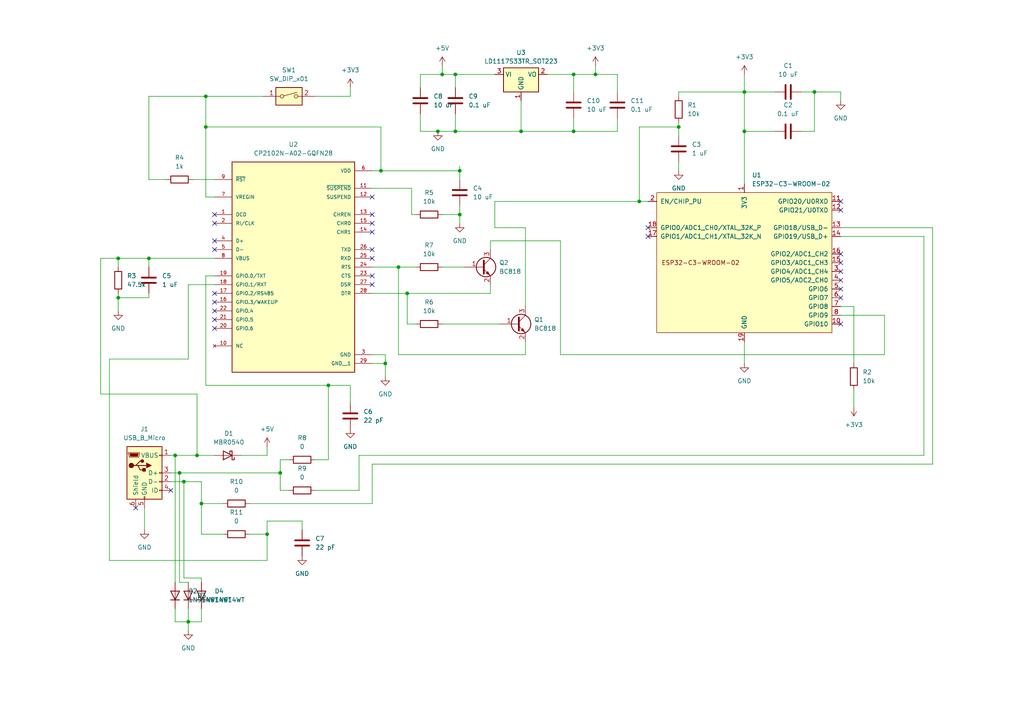
<source format=kicad_sch>
(kicad_sch (version 20230121) (generator eeschema)

  (uuid df8c6216-e87c-481c-a3fe-ff92ddfeaada)

  (paper "A4")

  (lib_symbols
    (symbol "CP2102N-A02-GQFN28:CP2102N-A02-GQFN28" (pin_names (offset 1.016)) (in_bom yes) (on_board yes)
      (property "Reference" "U" (at -17.78 33.02 0)
        (effects (font (size 1.27 1.27)) (justify left bottom))
      )
      (property "Value" "CP2102N-A02-GQFN28" (at -17.78 -35.56 0)
        (effects (font (size 1.27 1.27)) (justify left bottom))
      )
      (property "Footprint" "CP2102N-A02-GQFN28:QFN50P500X500X80-29N" (at 0 0 0)
        (effects (font (size 1.27 1.27)) (justify bottom) hide)
      )
      (property "Datasheet" "" (at 0 0 0)
        (effects (font (size 1.27 1.27)) hide)
      )
      (property "PARTREV" "1.5" (at 0 0 0)
        (effects (font (size 1.27 1.27)) (justify bottom) hide)
      )
      (property "MANUFACTURER" "Silicon Labs" (at 0 0 0)
        (effects (font (size 1.27 1.27)) (justify bottom) hide)
      )
      (property "MAXIMUM_PACKAGE_HEIGHT" "0.8 mm" (at 0 0 0)
        (effects (font (size 1.27 1.27)) (justify bottom) hide)
      )
      (property "STANDARD" "IPC 7351B" (at 0 0 0)
        (effects (font (size 1.27 1.27)) (justify bottom) hide)
      )
      (symbol "CP2102N-A02-GQFN28_0_0"
        (rectangle (start -17.78 -30.48) (end 17.78 30.48)
          (stroke (width 0.254) (type default))
          (fill (type background))
        )
        (pin input line (at -22.86 15.24 0) (length 5.08)
          (name "DCD" (effects (font (size 1.016 1.016))))
          (number "1" (effects (font (size 1.016 1.016))))
        )
        (pin no_connect line (at -22.86 -22.86 0) (length 5.08)
          (name "NC" (effects (font (size 1.016 1.016))))
          (number "10" (effects (font (size 1.016 1.016))))
        )
        (pin output line (at 22.86 22.86 180) (length 5.08)
          (name "~{SUSPEND}" (effects (font (size 1.016 1.016))))
          (number "11" (effects (font (size 1.016 1.016))))
        )
        (pin output line (at 22.86 20.32 180) (length 5.08)
          (name "SUSPEND" (effects (font (size 1.016 1.016))))
          (number "12" (effects (font (size 1.016 1.016))))
        )
        (pin output line (at 22.86 15.24 180) (length 5.08)
          (name "CHREN" (effects (font (size 1.016 1.016))))
          (number "13" (effects (font (size 1.016 1.016))))
        )
        (pin output line (at 22.86 10.16 180) (length 5.08)
          (name "CHR1" (effects (font (size 1.016 1.016))))
          (number "14" (effects (font (size 1.016 1.016))))
        )
        (pin output line (at 22.86 12.7 180) (length 5.08)
          (name "CHR0" (effects (font (size 1.016 1.016))))
          (number "15" (effects (font (size 1.016 1.016))))
        )
        (pin bidirectional line (at -22.86 -10.16 0) (length 5.08)
          (name "GPIO.3/WAKEUP" (effects (font (size 1.016 1.016))))
          (number "16" (effects (font (size 1.016 1.016))))
        )
        (pin bidirectional line (at -22.86 -7.62 0) (length 5.08)
          (name "GPIO.2/RS485" (effects (font (size 1.016 1.016))))
          (number "17" (effects (font (size 1.016 1.016))))
        )
        (pin bidirectional line (at -22.86 -5.08 0) (length 5.08)
          (name "GPIO.1/RXT" (effects (font (size 1.016 1.016))))
          (number "18" (effects (font (size 1.016 1.016))))
        )
        (pin bidirectional line (at -22.86 -2.54 0) (length 5.08)
          (name "GPIO.0/TXT" (effects (font (size 1.016 1.016))))
          (number "19" (effects (font (size 1.016 1.016))))
        )
        (pin bidirectional line (at -22.86 12.7 0) (length 5.08)
          (name "RI/CLK" (effects (font (size 1.016 1.016))))
          (number "2" (effects (font (size 1.016 1.016))))
        )
        (pin bidirectional line (at -22.86 -17.78 0) (length 5.08)
          (name "GPIO.6" (effects (font (size 1.016 1.016))))
          (number "20" (effects (font (size 1.016 1.016))))
        )
        (pin bidirectional line (at -22.86 -15.24 0) (length 5.08)
          (name "GPIO.5" (effects (font (size 1.016 1.016))))
          (number "21" (effects (font (size 1.016 1.016))))
        )
        (pin bidirectional line (at -22.86 -12.7 0) (length 5.08)
          (name "GPIO.4" (effects (font (size 1.016 1.016))))
          (number "22" (effects (font (size 1.016 1.016))))
        )
        (pin input line (at 22.86 -2.54 180) (length 5.08)
          (name "CTS" (effects (font (size 1.016 1.016))))
          (number "23" (effects (font (size 1.016 1.016))))
        )
        (pin output line (at 22.86 0 180) (length 5.08)
          (name "RTS" (effects (font (size 1.016 1.016))))
          (number "24" (effects (font (size 1.016 1.016))))
        )
        (pin input line (at 22.86 2.54 180) (length 5.08)
          (name "RXD" (effects (font (size 1.016 1.016))))
          (number "25" (effects (font (size 1.016 1.016))))
        )
        (pin output line (at 22.86 5.08 180) (length 5.08)
          (name "TXD" (effects (font (size 1.016 1.016))))
          (number "26" (effects (font (size 1.016 1.016))))
        )
        (pin input line (at 22.86 -5.08 180) (length 5.08)
          (name "DSR" (effects (font (size 1.016 1.016))))
          (number "27" (effects (font (size 1.016 1.016))))
        )
        (pin output line (at 22.86 -7.62 180) (length 5.08)
          (name "DTR" (effects (font (size 1.016 1.016))))
          (number "28" (effects (font (size 1.016 1.016))))
        )
        (pin power_in line (at 22.86 -27.94 180) (length 5.08)
          (name "GND__1" (effects (font (size 1.016 1.016))))
          (number "29" (effects (font (size 1.016 1.016))))
        )
        (pin power_in line (at 22.86 -25.4 180) (length 5.08)
          (name "GND" (effects (font (size 1.016 1.016))))
          (number "3" (effects (font (size 1.016 1.016))))
        )
        (pin bidirectional line (at -22.86 7.62 0) (length 5.08)
          (name "D+" (effects (font (size 1.016 1.016))))
          (number "4" (effects (font (size 1.016 1.016))))
        )
        (pin bidirectional line (at -22.86 5.08 0) (length 5.08)
          (name "D-" (effects (font (size 1.016 1.016))))
          (number "5" (effects (font (size 1.016 1.016))))
        )
        (pin power_in line (at 22.86 27.94 180) (length 5.08)
          (name "VDD" (effects (font (size 1.016 1.016))))
          (number "6" (effects (font (size 1.016 1.016))))
        )
        (pin input line (at -22.86 20.32 0) (length 5.08)
          (name "VREGIN" (effects (font (size 1.016 1.016))))
          (number "7" (effects (font (size 1.016 1.016))))
        )
        (pin input line (at -22.86 2.54 0) (length 5.08)
          (name "VBUS" (effects (font (size 1.016 1.016))))
          (number "8" (effects (font (size 1.016 1.016))))
        )
        (pin input line (at -22.86 25.4 0) (length 5.08)
          (name "~{RST}" (effects (font (size 1.016 1.016))))
          (number "9" (effects (font (size 1.016 1.016))))
        )
      )
    )
    (symbol "Connector:USB_B_Micro" (pin_names (offset 1.016)) (in_bom yes) (on_board yes)
      (property "Reference" "J" (at -5.08 11.43 0)
        (effects (font (size 1.27 1.27)) (justify left))
      )
      (property "Value" "USB_B_Micro" (at -5.08 8.89 0)
        (effects (font (size 1.27 1.27)) (justify left))
      )
      (property "Footprint" "" (at 3.81 -1.27 0)
        (effects (font (size 1.27 1.27)) hide)
      )
      (property "Datasheet" "~" (at 3.81 -1.27 0)
        (effects (font (size 1.27 1.27)) hide)
      )
      (property "ki_keywords" "connector USB micro" (at 0 0 0)
        (effects (font (size 1.27 1.27)) hide)
      )
      (property "ki_description" "USB Micro Type B connector" (at 0 0 0)
        (effects (font (size 1.27 1.27)) hide)
      )
      (property "ki_fp_filters" "USB*" (at 0 0 0)
        (effects (font (size 1.27 1.27)) hide)
      )
      (symbol "USB_B_Micro_0_1"
        (rectangle (start -5.08 -7.62) (end 5.08 7.62)
          (stroke (width 0.254) (type default))
          (fill (type background))
        )
        (circle (center -3.81 2.159) (radius 0.635)
          (stroke (width 0.254) (type default))
          (fill (type outline))
        )
        (circle (center -0.635 3.429) (radius 0.381)
          (stroke (width 0.254) (type default))
          (fill (type outline))
        )
        (rectangle (start -0.127 -7.62) (end 0.127 -6.858)
          (stroke (width 0) (type default))
          (fill (type none))
        )
        (polyline
          (pts
            (xy -1.905 2.159)
            (xy 0.635 2.159)
          )
          (stroke (width 0.254) (type default))
          (fill (type none))
        )
        (polyline
          (pts
            (xy -3.175 2.159)
            (xy -2.54 2.159)
            (xy -1.27 3.429)
            (xy -0.635 3.429)
          )
          (stroke (width 0.254) (type default))
          (fill (type none))
        )
        (polyline
          (pts
            (xy -2.54 2.159)
            (xy -1.905 2.159)
            (xy -1.27 0.889)
            (xy 0 0.889)
          )
          (stroke (width 0.254) (type default))
          (fill (type none))
        )
        (polyline
          (pts
            (xy 0.635 2.794)
            (xy 0.635 1.524)
            (xy 1.905 2.159)
            (xy 0.635 2.794)
          )
          (stroke (width 0.254) (type default))
          (fill (type outline))
        )
        (polyline
          (pts
            (xy -4.318 5.588)
            (xy -1.778 5.588)
            (xy -2.032 4.826)
            (xy -4.064 4.826)
            (xy -4.318 5.588)
          )
          (stroke (width 0) (type default))
          (fill (type outline))
        )
        (polyline
          (pts
            (xy -4.699 5.842)
            (xy -4.699 5.588)
            (xy -4.445 4.826)
            (xy -4.445 4.572)
            (xy -1.651 4.572)
            (xy -1.651 4.826)
            (xy -1.397 5.588)
            (xy -1.397 5.842)
            (xy -4.699 5.842)
          )
          (stroke (width 0) (type default))
          (fill (type none))
        )
        (rectangle (start 0.254 1.27) (end -0.508 0.508)
          (stroke (width 0.254) (type default))
          (fill (type outline))
        )
        (rectangle (start 5.08 -5.207) (end 4.318 -4.953)
          (stroke (width 0) (type default))
          (fill (type none))
        )
        (rectangle (start 5.08 -2.667) (end 4.318 -2.413)
          (stroke (width 0) (type default))
          (fill (type none))
        )
        (rectangle (start 5.08 -0.127) (end 4.318 0.127)
          (stroke (width 0) (type default))
          (fill (type none))
        )
        (rectangle (start 5.08 4.953) (end 4.318 5.207)
          (stroke (width 0) (type default))
          (fill (type none))
        )
      )
      (symbol "USB_B_Micro_1_1"
        (pin power_out line (at 7.62 5.08 180) (length 2.54)
          (name "VBUS" (effects (font (size 1.27 1.27))))
          (number "1" (effects (font (size 1.27 1.27))))
        )
        (pin bidirectional line (at 7.62 -2.54 180) (length 2.54)
          (name "D-" (effects (font (size 1.27 1.27))))
          (number "2" (effects (font (size 1.27 1.27))))
        )
        (pin bidirectional line (at 7.62 0 180) (length 2.54)
          (name "D+" (effects (font (size 1.27 1.27))))
          (number "3" (effects (font (size 1.27 1.27))))
        )
        (pin passive line (at 7.62 -5.08 180) (length 2.54)
          (name "ID" (effects (font (size 1.27 1.27))))
          (number "4" (effects (font (size 1.27 1.27))))
        )
        (pin power_out line (at 0 -10.16 90) (length 2.54)
          (name "GND" (effects (font (size 1.27 1.27))))
          (number "5" (effects (font (size 1.27 1.27))))
        )
        (pin passive line (at -2.54 -10.16 90) (length 2.54)
          (name "Shield" (effects (font (size 1.27 1.27))))
          (number "6" (effects (font (size 1.27 1.27))))
        )
      )
    )
    (symbol "Device:C" (pin_numbers hide) (pin_names (offset 0.254)) (in_bom yes) (on_board yes)
      (property "Reference" "C" (at 0.635 2.54 0)
        (effects (font (size 1.27 1.27)) (justify left))
      )
      (property "Value" "C" (at 0.635 -2.54 0)
        (effects (font (size 1.27 1.27)) (justify left))
      )
      (property "Footprint" "" (at 0.9652 -3.81 0)
        (effects (font (size 1.27 1.27)) hide)
      )
      (property "Datasheet" "~" (at 0 0 0)
        (effects (font (size 1.27 1.27)) hide)
      )
      (property "ki_keywords" "cap capacitor" (at 0 0 0)
        (effects (font (size 1.27 1.27)) hide)
      )
      (property "ki_description" "Unpolarized capacitor" (at 0 0 0)
        (effects (font (size 1.27 1.27)) hide)
      )
      (property "ki_fp_filters" "C_*" (at 0 0 0)
        (effects (font (size 1.27 1.27)) hide)
      )
      (symbol "C_0_1"
        (polyline
          (pts
            (xy -2.032 -0.762)
            (xy 2.032 -0.762)
          )
          (stroke (width 0.508) (type default))
          (fill (type none))
        )
        (polyline
          (pts
            (xy -2.032 0.762)
            (xy 2.032 0.762)
          )
          (stroke (width 0.508) (type default))
          (fill (type none))
        )
      )
      (symbol "C_1_1"
        (pin passive line (at 0 3.81 270) (length 2.794)
          (name "~" (effects (font (size 1.27 1.27))))
          (number "1" (effects (font (size 1.27 1.27))))
        )
        (pin passive line (at 0 -3.81 90) (length 2.794)
          (name "~" (effects (font (size 1.27 1.27))))
          (number "2" (effects (font (size 1.27 1.27))))
        )
      )
    )
    (symbol "Device:R" (pin_numbers hide) (pin_names (offset 0)) (in_bom yes) (on_board yes)
      (property "Reference" "R" (at 2.032 0 90)
        (effects (font (size 1.27 1.27)))
      )
      (property "Value" "R" (at 0 0 90)
        (effects (font (size 1.27 1.27)))
      )
      (property "Footprint" "" (at -1.778 0 90)
        (effects (font (size 1.27 1.27)) hide)
      )
      (property "Datasheet" "~" (at 0 0 0)
        (effects (font (size 1.27 1.27)) hide)
      )
      (property "ki_keywords" "R res resistor" (at 0 0 0)
        (effects (font (size 1.27 1.27)) hide)
      )
      (property "ki_description" "Resistor" (at 0 0 0)
        (effects (font (size 1.27 1.27)) hide)
      )
      (property "ki_fp_filters" "R_*" (at 0 0 0)
        (effects (font (size 1.27 1.27)) hide)
      )
      (symbol "R_0_1"
        (rectangle (start -1.016 -2.54) (end 1.016 2.54)
          (stroke (width 0.254) (type default))
          (fill (type none))
        )
      )
      (symbol "R_1_1"
        (pin passive line (at 0 3.81 270) (length 1.27)
          (name "~" (effects (font (size 1.27 1.27))))
          (number "1" (effects (font (size 1.27 1.27))))
        )
        (pin passive line (at 0 -3.81 90) (length 1.27)
          (name "~" (effects (font (size 1.27 1.27))))
          (number "2" (effects (font (size 1.27 1.27))))
        )
      )
    )
    (symbol "Diode:1N914WT" (pin_numbers hide) (pin_names hide) (in_bom yes) (on_board yes)
      (property "Reference" "D" (at 0 2.54 0)
        (effects (font (size 1.27 1.27)))
      )
      (property "Value" "1N914WT" (at 0 -2.54 0)
        (effects (font (size 1.27 1.27)))
      )
      (property "Footprint" "Diode_SMD:D_SOD-523" (at 0 -4.445 0)
        (effects (font (size 1.27 1.27)) hide)
      )
      (property "Datasheet" "http://www.mouser.com/ds/2/149/1N4148WT-461550.pdf" (at 0 0 0)
        (effects (font (size 1.27 1.27)) hide)
      )
      (property "Sim.Device" "D" (at 0 0 0)
        (effects (font (size 1.27 1.27)) hide)
      )
      (property "Sim.Pins" "1=K 2=A" (at 0 0 0)
        (effects (font (size 1.27 1.27)) hide)
      )
      (property "ki_keywords" "diode" (at 0 0 0)
        (effects (font (size 1.27 1.27)) hide)
      )
      (property "ki_description" "75V 0.15A Fast switching Diode, SOD-523" (at 0 0 0)
        (effects (font (size 1.27 1.27)) hide)
      )
      (property "ki_fp_filters" "D*SOD?523*" (at 0 0 0)
        (effects (font (size 1.27 1.27)) hide)
      )
      (symbol "1N914WT_0_1"
        (polyline
          (pts
            (xy -1.27 1.27)
            (xy -1.27 -1.27)
          )
          (stroke (width 0.254) (type default))
          (fill (type none))
        )
        (polyline
          (pts
            (xy 1.27 0)
            (xy -1.27 0)
          )
          (stroke (width 0) (type default))
          (fill (type none))
        )
        (polyline
          (pts
            (xy 1.27 1.27)
            (xy 1.27 -1.27)
            (xy -1.27 0)
            (xy 1.27 1.27)
          )
          (stroke (width 0.254) (type default))
          (fill (type none))
        )
      )
      (symbol "1N914WT_1_1"
        (pin passive line (at -3.81 0 0) (length 2.54)
          (name "K" (effects (font (size 1.27 1.27))))
          (number "1" (effects (font (size 1.27 1.27))))
        )
        (pin passive line (at 3.81 0 180) (length 2.54)
          (name "A" (effects (font (size 1.27 1.27))))
          (number "2" (effects (font (size 1.27 1.27))))
        )
      )
    )
    (symbol "Diode:MBR0540" (pin_numbers hide) (pin_names (offset 1.016) hide) (in_bom yes) (on_board yes)
      (property "Reference" "D" (at 0 2.54 0)
        (effects (font (size 1.27 1.27)))
      )
      (property "Value" "MBR0540" (at 0 -2.54 0)
        (effects (font (size 1.27 1.27)))
      )
      (property "Footprint" "Diode_SMD:D_SOD-123" (at 0 -4.445 0)
        (effects (font (size 1.27 1.27)) hide)
      )
      (property "Datasheet" "http://www.mccsemi.com/up_pdf/MBR0520~MBR0580(SOD123).pdf" (at 0 0 0)
        (effects (font (size 1.27 1.27)) hide)
      )
      (property "ki_keywords" "diode Schottky" (at 0 0 0)
        (effects (font (size 1.27 1.27)) hide)
      )
      (property "ki_description" "40V 0.5A Schottky Power Rectifier Diode, SOD-123" (at 0 0 0)
        (effects (font (size 1.27 1.27)) hide)
      )
      (property "ki_fp_filters" "D*SOD?123*" (at 0 0 0)
        (effects (font (size 1.27 1.27)) hide)
      )
      (symbol "MBR0540_0_1"
        (polyline
          (pts
            (xy 1.27 0)
            (xy -1.27 0)
          )
          (stroke (width 0) (type default))
          (fill (type none))
        )
        (polyline
          (pts
            (xy 1.27 1.27)
            (xy 1.27 -1.27)
            (xy -1.27 0)
            (xy 1.27 1.27)
          )
          (stroke (width 0.254) (type default))
          (fill (type none))
        )
        (polyline
          (pts
            (xy -1.905 0.635)
            (xy -1.905 1.27)
            (xy -1.27 1.27)
            (xy -1.27 -1.27)
            (xy -0.635 -1.27)
            (xy -0.635 -0.635)
          )
          (stroke (width 0.254) (type default))
          (fill (type none))
        )
      )
      (symbol "MBR0540_1_1"
        (pin passive line (at -3.81 0 0) (length 2.54)
          (name "K" (effects (font (size 1.27 1.27))))
          (number "1" (effects (font (size 1.27 1.27))))
        )
        (pin passive line (at 3.81 0 180) (length 2.54)
          (name "A" (effects (font (size 1.27 1.27))))
          (number "2" (effects (font (size 1.27 1.27))))
        )
      )
    )
    (symbol "PCM_Espressif:ESP32-C3-WROOM-02" (pin_names (offset 1.016)) (in_bom yes) (on_board yes)
      (property "Reference" "U" (at -25.4 25.4 0)
        (effects (font (size 1.27 1.27)) (justify left))
      )
      (property "Value" "ESP32-C3-WROOM-02" (at -25.4 22.86 0)
        (effects (font (size 1.27 1.27)) (justify left))
      )
      (property "Footprint" "PCM_Espressif:ESP32-C3-WROOM-02" (at 0 -30.48 0)
        (effects (font (size 1.27 1.27)) hide)
      )
      (property "Datasheet" "https://www.espressif.com/sites/default/files/documentation/esp32-c3-wroom-02_datasheet_en.pdf" (at -2.54 -33.02 0)
        (effects (font (size 1.27 1.27)) hide)
      )
      (property "ki_keywords" "esp32-c3 module" (at 0 0 0)
        (effects (font (size 1.27 1.27)) hide)
      )
      (property "ki_description" "ESP32-C3-WROOM-02 is a general-purpose Wi-Fi and Bluetooth LE module. This module features a rich set of peripherals and high performance, which makes it an ideal choice for smart home, industrial automation, health care, consumer electronics, etc." (at 0 0 0)
        (effects (font (size 1.27 1.27)) hide)
      )
      (symbol "ESP32-C3-WROOM-02_0_0"
        (text "ESP32-C3-WROOM-02" (at -12.7 0 0)
          (effects (font (size 1.27 1.27)))
        )
      )
      (symbol "ESP32-C3-WROOM-02_0_1"
        (rectangle (start 25.4 20.32) (end -25.4 -20.32)
          (stroke (width 0) (type default))
          (fill (type background))
        )
      )
      (symbol "ESP32-C3-WROOM-02_1_1"
        (pin power_in line (at 0 22.86 270) (length 2.54)
          (name "3V3" (effects (font (size 1.27 1.27))))
          (number "1" (effects (font (size 1.27 1.27))))
        )
        (pin bidirectional line (at 27.94 -17.78 180) (length 2.54)
          (name "GPIO10" (effects (font (size 1.27 1.27))))
          (number "10" (effects (font (size 1.27 1.27))))
        )
        (pin bidirectional line (at 27.94 17.78 180) (length 2.54)
          (name "GPIO20/U0RXD" (effects (font (size 1.27 1.27))))
          (number "11" (effects (font (size 1.27 1.27))))
        )
        (pin bidirectional line (at 27.94 15.24 180) (length 2.54)
          (name "GPIO21/U0TXD" (effects (font (size 1.27 1.27))))
          (number "12" (effects (font (size 1.27 1.27))))
        )
        (pin bidirectional line (at 27.94 10.16 180) (length 2.54)
          (name "GPIO18/USB_D-" (effects (font (size 1.27 1.27))))
          (number "13" (effects (font (size 1.27 1.27))))
        )
        (pin bidirectional line (at 27.94 7.62 180) (length 2.54)
          (name "GPIO19/USB_D+" (effects (font (size 1.27 1.27))))
          (number "14" (effects (font (size 1.27 1.27))))
        )
        (pin bidirectional line (at 27.94 0 180) (length 2.54)
          (name "GPIO3/ADC1_CH3" (effects (font (size 1.27 1.27))))
          (number "15" (effects (font (size 1.27 1.27))))
        )
        (pin bidirectional line (at 27.94 2.54 180) (length 2.54)
          (name "GPIO2/ADC1_CH2" (effects (font (size 1.27 1.27))))
          (number "16" (effects (font (size 1.27 1.27))))
        )
        (pin bidirectional line (at -27.94 7.62 0) (length 2.54)
          (name "GPIO1/ADC1_CH1/XTAL_32K_N" (effects (font (size 1.27 1.27))))
          (number "17" (effects (font (size 1.27 1.27))))
        )
        (pin bidirectional line (at -27.94 10.16 0) (length 2.54)
          (name "GPIO0/ADC1_CH0/XTAL_32K_P" (effects (font (size 1.27 1.27))))
          (number "18" (effects (font (size 1.27 1.27))))
        )
        (pin power_in line (at 0 -22.86 90) (length 2.54)
          (name "GND" (effects (font (size 1.27 1.27))))
          (number "19" (effects (font (size 1.27 1.27))))
        )
        (pin input line (at -27.94 17.78 0) (length 2.54)
          (name "EN/CHIP_PU" (effects (font (size 1.27 1.27))))
          (number "2" (effects (font (size 1.27 1.27))))
        )
        (pin bidirectional line (at 27.94 -2.54 180) (length 2.54)
          (name "GPIO4/ADC1_CH4" (effects (font (size 1.27 1.27))))
          (number "3" (effects (font (size 1.27 1.27))))
        )
        (pin bidirectional line (at 27.94 -5.08 180) (length 2.54)
          (name "GPIO5/ADC2_CH0" (effects (font (size 1.27 1.27))))
          (number "4" (effects (font (size 1.27 1.27))))
        )
        (pin bidirectional line (at 27.94 -7.62 180) (length 2.54)
          (name "GPIO6" (effects (font (size 1.27 1.27))))
          (number "5" (effects (font (size 1.27 1.27))))
        )
        (pin bidirectional line (at 27.94 -10.16 180) (length 2.54)
          (name "GPIO7" (effects (font (size 1.27 1.27))))
          (number "6" (effects (font (size 1.27 1.27))))
        )
        (pin bidirectional line (at 27.94 -12.7 180) (length 2.54)
          (name "GPIO8" (effects (font (size 1.27 1.27))))
          (number "7" (effects (font (size 1.27 1.27))))
        )
        (pin bidirectional line (at 27.94 -15.24 180) (length 2.54)
          (name "GPIO9" (effects (font (size 1.27 1.27))))
          (number "8" (effects (font (size 1.27 1.27))))
        )
        (pin passive line (at 0 -22.86 90) (length 2.54) hide
          (name "GND" (effects (font (size 1.27 1.27))))
          (number "9" (effects (font (size 1.27 1.27))))
        )
      )
    )
    (symbol "Regulator_Linear:LD1117S33TR_SOT223" (in_bom yes) (on_board yes)
      (property "Reference" "U" (at -3.81 3.175 0)
        (effects (font (size 1.27 1.27)))
      )
      (property "Value" "LD1117S33TR_SOT223" (at 0 3.175 0)
        (effects (font (size 1.27 1.27)) (justify left))
      )
      (property "Footprint" "Package_TO_SOT_SMD:SOT-223-3_TabPin2" (at 0 5.08 0)
        (effects (font (size 1.27 1.27)) hide)
      )
      (property "Datasheet" "http://www.st.com/st-web-ui/static/active/en/resource/technical/document/datasheet/CD00000544.pdf" (at 2.54 -6.35 0)
        (effects (font (size 1.27 1.27)) hide)
      )
      (property "ki_keywords" "REGULATOR LDO 3.3V" (at 0 0 0)
        (effects (font (size 1.27 1.27)) hide)
      )
      (property "ki_description" "800mA Fixed Low Drop Positive Voltage Regulator, Fixed Output 3.3V, SOT-223" (at 0 0 0)
        (effects (font (size 1.27 1.27)) hide)
      )
      (property "ki_fp_filters" "SOT?223*TabPin2*" (at 0 0 0)
        (effects (font (size 1.27 1.27)) hide)
      )
      (symbol "LD1117S33TR_SOT223_0_1"
        (rectangle (start -5.08 -5.08) (end 5.08 1.905)
          (stroke (width 0.254) (type default))
          (fill (type background))
        )
      )
      (symbol "LD1117S33TR_SOT223_1_1"
        (pin power_in line (at 0 -7.62 90) (length 2.54)
          (name "GND" (effects (font (size 1.27 1.27))))
          (number "1" (effects (font (size 1.27 1.27))))
        )
        (pin power_out line (at 7.62 0 180) (length 2.54)
          (name "VO" (effects (font (size 1.27 1.27))))
          (number "2" (effects (font (size 1.27 1.27))))
        )
        (pin power_in line (at -7.62 0 0) (length 2.54)
          (name "VI" (effects (font (size 1.27 1.27))))
          (number "3" (effects (font (size 1.27 1.27))))
        )
      )
    )
    (symbol "Switch:SW_DIP_x01" (pin_names (offset 0) hide) (in_bom yes) (on_board yes)
      (property "Reference" "SW" (at 0 3.81 0)
        (effects (font (size 1.27 1.27)))
      )
      (property "Value" "SW_DIP_x01" (at 0 -3.81 0)
        (effects (font (size 1.27 1.27)))
      )
      (property "Footprint" "" (at 0 0 0)
        (effects (font (size 1.27 1.27)) hide)
      )
      (property "Datasheet" "~" (at 0 0 0)
        (effects (font (size 1.27 1.27)) hide)
      )
      (property "ki_keywords" "dip switch" (at 0 0 0)
        (effects (font (size 1.27 1.27)) hide)
      )
      (property "ki_description" "1x DIP Switch, Single Pole Single Throw (SPST) switch, small symbol" (at 0 0 0)
        (effects (font (size 1.27 1.27)) hide)
      )
      (property "ki_fp_filters" "SW?DIP?x1*" (at 0 0 0)
        (effects (font (size 1.27 1.27)) hide)
      )
      (symbol "SW_DIP_x01_0_0"
        (circle (center -2.032 0) (radius 0.508)
          (stroke (width 0) (type default))
          (fill (type none))
        )
        (polyline
          (pts
            (xy -1.524 0.127)
            (xy 2.3622 1.1684)
          )
          (stroke (width 0) (type default))
          (fill (type none))
        )
        (circle (center 2.032 0) (radius 0.508)
          (stroke (width 0) (type default))
          (fill (type none))
        )
      )
      (symbol "SW_DIP_x01_0_1"
        (rectangle (start -3.81 2.54) (end 3.81 -2.54)
          (stroke (width 0.254) (type default))
          (fill (type background))
        )
      )
      (symbol "SW_DIP_x01_1_1"
        (pin passive line (at -7.62 0 0) (length 5.08)
          (name "~" (effects (font (size 1.27 1.27))))
          (number "1" (effects (font (size 1.27 1.27))))
        )
        (pin passive line (at 7.62 0 180) (length 5.08)
          (name "~" (effects (font (size 1.27 1.27))))
          (number "2" (effects (font (size 1.27 1.27))))
        )
      )
    )
    (symbol "Transistor_BJT:BC818" (pin_names (offset 0) hide) (in_bom yes) (on_board yes)
      (property "Reference" "Q" (at 5.08 1.905 0)
        (effects (font (size 1.27 1.27)) (justify left))
      )
      (property "Value" "BC818" (at 5.08 0 0)
        (effects (font (size 1.27 1.27)) (justify left))
      )
      (property "Footprint" "Package_TO_SOT_SMD:SOT-23" (at 5.08 -1.905 0)
        (effects (font (size 1.27 1.27) italic) (justify left) hide)
      )
      (property "Datasheet" "https://www.onsemi.com/pub/Collateral/BC818-D.pdf" (at 0 0 0)
        (effects (font (size 1.27 1.27)) (justify left) hide)
      )
      (property "ki_keywords" "NPN Transistor" (at 0 0 0)
        (effects (font (size 1.27 1.27)) hide)
      )
      (property "ki_description" "0.8A Ic, 25V Vce, NPN Transistor, SOT-23" (at 0 0 0)
        (effects (font (size 1.27 1.27)) hide)
      )
      (property "ki_fp_filters" "SOT?23*" (at 0 0 0)
        (effects (font (size 1.27 1.27)) hide)
      )
      (symbol "BC818_0_1"
        (polyline
          (pts
            (xy 0.635 0.635)
            (xy 2.54 2.54)
          )
          (stroke (width 0) (type default))
          (fill (type none))
        )
        (polyline
          (pts
            (xy 0.635 -0.635)
            (xy 2.54 -2.54)
            (xy 2.54 -2.54)
          )
          (stroke (width 0) (type default))
          (fill (type none))
        )
        (polyline
          (pts
            (xy 0.635 1.905)
            (xy 0.635 -1.905)
            (xy 0.635 -1.905)
          )
          (stroke (width 0.508) (type default))
          (fill (type none))
        )
        (polyline
          (pts
            (xy 1.27 -1.778)
            (xy 1.778 -1.27)
            (xy 2.286 -2.286)
            (xy 1.27 -1.778)
            (xy 1.27 -1.778)
          )
          (stroke (width 0) (type default))
          (fill (type outline))
        )
        (circle (center 1.27 0) (radius 2.8194)
          (stroke (width 0.254) (type default))
          (fill (type none))
        )
      )
      (symbol "BC818_1_1"
        (pin input line (at -5.08 0 0) (length 5.715)
          (name "B" (effects (font (size 1.27 1.27))))
          (number "1" (effects (font (size 1.27 1.27))))
        )
        (pin passive line (at 2.54 -5.08 90) (length 2.54)
          (name "E" (effects (font (size 1.27 1.27))))
          (number "2" (effects (font (size 1.27 1.27))))
        )
        (pin passive line (at 2.54 5.08 270) (length 2.54)
          (name "C" (effects (font (size 1.27 1.27))))
          (number "3" (effects (font (size 1.27 1.27))))
        )
      )
    )
    (symbol "power:+3V3" (power) (pin_names (offset 0)) (in_bom yes) (on_board yes)
      (property "Reference" "#PWR" (at 0 -3.81 0)
        (effects (font (size 1.27 1.27)) hide)
      )
      (property "Value" "+3V3" (at 0 3.556 0)
        (effects (font (size 1.27 1.27)))
      )
      (property "Footprint" "" (at 0 0 0)
        (effects (font (size 1.27 1.27)) hide)
      )
      (property "Datasheet" "" (at 0 0 0)
        (effects (font (size 1.27 1.27)) hide)
      )
      (property "ki_keywords" "global power" (at 0 0 0)
        (effects (font (size 1.27 1.27)) hide)
      )
      (property "ki_description" "Power symbol creates a global label with name \"+3V3\"" (at 0 0 0)
        (effects (font (size 1.27 1.27)) hide)
      )
      (symbol "+3V3_0_1"
        (polyline
          (pts
            (xy -0.762 1.27)
            (xy 0 2.54)
          )
          (stroke (width 0) (type default))
          (fill (type none))
        )
        (polyline
          (pts
            (xy 0 0)
            (xy 0 2.54)
          )
          (stroke (width 0) (type default))
          (fill (type none))
        )
        (polyline
          (pts
            (xy 0 2.54)
            (xy 0.762 1.27)
          )
          (stroke (width 0) (type default))
          (fill (type none))
        )
      )
      (symbol "+3V3_1_1"
        (pin power_in line (at 0 0 90) (length 0) hide
          (name "+3V3" (effects (font (size 1.27 1.27))))
          (number "1" (effects (font (size 1.27 1.27))))
        )
      )
    )
    (symbol "power:+5V" (power) (pin_names (offset 0)) (in_bom yes) (on_board yes)
      (property "Reference" "#PWR" (at 0 -3.81 0)
        (effects (font (size 1.27 1.27)) hide)
      )
      (property "Value" "+5V" (at 0 3.556 0)
        (effects (font (size 1.27 1.27)))
      )
      (property "Footprint" "" (at 0 0 0)
        (effects (font (size 1.27 1.27)) hide)
      )
      (property "Datasheet" "" (at 0 0 0)
        (effects (font (size 1.27 1.27)) hide)
      )
      (property "ki_keywords" "global power" (at 0 0 0)
        (effects (font (size 1.27 1.27)) hide)
      )
      (property "ki_description" "Power symbol creates a global label with name \"+5V\"" (at 0 0 0)
        (effects (font (size 1.27 1.27)) hide)
      )
      (symbol "+5V_0_1"
        (polyline
          (pts
            (xy -0.762 1.27)
            (xy 0 2.54)
          )
          (stroke (width 0) (type default))
          (fill (type none))
        )
        (polyline
          (pts
            (xy 0 0)
            (xy 0 2.54)
          )
          (stroke (width 0) (type default))
          (fill (type none))
        )
        (polyline
          (pts
            (xy 0 2.54)
            (xy 0.762 1.27)
          )
          (stroke (width 0) (type default))
          (fill (type none))
        )
      )
      (symbol "+5V_1_1"
        (pin power_in line (at 0 0 90) (length 0) hide
          (name "+5V" (effects (font (size 1.27 1.27))))
          (number "1" (effects (font (size 1.27 1.27))))
        )
      )
    )
    (symbol "power:GND" (power) (pin_names (offset 0)) (in_bom yes) (on_board yes)
      (property "Reference" "#PWR" (at 0 -6.35 0)
        (effects (font (size 1.27 1.27)) hide)
      )
      (property "Value" "GND" (at 0 -3.81 0)
        (effects (font (size 1.27 1.27)))
      )
      (property "Footprint" "" (at 0 0 0)
        (effects (font (size 1.27 1.27)) hide)
      )
      (property "Datasheet" "" (at 0 0 0)
        (effects (font (size 1.27 1.27)) hide)
      )
      (property "ki_keywords" "global power" (at 0 0 0)
        (effects (font (size 1.27 1.27)) hide)
      )
      (property "ki_description" "Power symbol creates a global label with name \"GND\" , ground" (at 0 0 0)
        (effects (font (size 1.27 1.27)) hide)
      )
      (symbol "GND_0_1"
        (polyline
          (pts
            (xy 0 0)
            (xy 0 -1.27)
            (xy 1.27 -1.27)
            (xy 0 -2.54)
            (xy -1.27 -1.27)
            (xy 0 -1.27)
          )
          (stroke (width 0) (type default))
          (fill (type none))
        )
      )
      (symbol "GND_1_1"
        (pin power_in line (at 0 0 270) (length 0) hide
          (name "GND" (effects (font (size 1.27 1.27))))
          (number "1" (effects (font (size 1.27 1.27))))
        )
      )
    )
  )

  (junction (at 50.8 132.08) (diameter 0) (color 0 0 0 0)
    (uuid 0415ae08-9c68-4689-b89d-59ccd4725b3c)
  )
  (junction (at 118.11 85.09) (diameter 0) (color 0 0 0 0)
    (uuid 0b1a47d8-e4a4-47e1-b473-ac4058b9c163)
  )
  (junction (at 133.35 49.53) (diameter 0) (color 0 0 0 0)
    (uuid 14b8ea27-8807-40bd-ba0c-362c7fcd9a60)
  )
  (junction (at 52.07 137.16) (diameter 0) (color 0 0 0 0)
    (uuid 198873be-b4b8-46f7-b667-e4d762d60689)
  )
  (junction (at 236.22 26.67) (diameter 0) (color 0 0 0 0)
    (uuid 21e58b30-f536-43ba-aecc-d6579204ce18)
  )
  (junction (at 59.69 36.83) (diameter 0) (color 0 0 0 0)
    (uuid 244ccc2a-a1e7-488f-bfa9-956d7fe948ac)
  )
  (junction (at 110.49 49.53) (diameter 0) (color 0 0 0 0)
    (uuid 274de7e1-ba52-412d-9760-cb3c57f33594)
  )
  (junction (at 172.72 21.59) (diameter 0) (color 0 0 0 0)
    (uuid 2c6a3027-44d7-45bb-b0f6-f855e143fd4c)
  )
  (junction (at 43.18 74.93) (diameter 0) (color 0 0 0 0)
    (uuid 3dcf0ea9-8d6b-4bcb-8adb-863e93726c99)
  )
  (junction (at 77.47 154.94) (diameter 0) (color 0 0 0 0)
    (uuid 427815b4-be42-44d6-a834-787119f13f42)
  )
  (junction (at 115.57 77.47) (diameter 0) (color 0 0 0 0)
    (uuid 4a85be45-1b46-4c0b-b820-72aaa8052697)
  )
  (junction (at 151.13 38.1) (diameter 0) (color 0 0 0 0)
    (uuid 51c57d8b-e6ac-4d19-9464-044204bcda16)
  )
  (junction (at 166.37 38.1) (diameter 0) (color 0 0 0 0)
    (uuid 65700de3-b40b-46e7-8f39-ba61c4b38b41)
  )
  (junction (at 34.29 74.93) (diameter 0) (color 0 0 0 0)
    (uuid 7188720f-ccd3-4434-9774-956e385177d8)
  )
  (junction (at 132.08 21.59) (diameter 0) (color 0 0 0 0)
    (uuid 71e4d404-7963-4251-98d6-61c5754d11c0)
  )
  (junction (at 196.85 36.83) (diameter 0) (color 0 0 0 0)
    (uuid 76dd6046-5d4a-4c7f-b0e5-aea6237a4cf4)
  )
  (junction (at 111.76 105.41) (diameter 0) (color 0 0 0 0)
    (uuid 77126e80-798c-4f90-8b74-149fcb1a313f)
  )
  (junction (at 127 38.1) (diameter 0) (color 0 0 0 0)
    (uuid 80cca008-3c2b-4f60-a331-19d8390dc5ae)
  )
  (junction (at 59.69 27.94) (diameter 0) (color 0 0 0 0)
    (uuid 84d09a1a-c0f7-4d04-bb3f-625dc98721e2)
  )
  (junction (at 95.25 111.76) (diameter 0) (color 0 0 0 0)
    (uuid 8ac0bbef-98b1-40a3-ac5d-d4f2c5c264ff)
  )
  (junction (at 54.61 180.34) (diameter 0) (color 0 0 0 0)
    (uuid 90d65bd1-f99d-46db-9968-e279b6f16dd6)
  )
  (junction (at 185.42 58.42) (diameter 0) (color 0 0 0 0)
    (uuid 918ca34f-1681-4fb7-ae70-efae3318dc6d)
  )
  (junction (at 132.08 38.1) (diameter 0) (color 0 0 0 0)
    (uuid a9b16757-6e3f-4da8-9cb7-1218636ae76d)
  )
  (junction (at 34.29 86.36) (diameter 0) (color 0 0 0 0)
    (uuid aff0b615-0ebb-43e0-bd9f-b2e35dfa37b5)
  )
  (junction (at 133.35 62.23) (diameter 0) (color 0 0 0 0)
    (uuid ba1dc84f-2113-466a-9e2a-34fd9caa54e8)
  )
  (junction (at 128.27 21.59) (diameter 0) (color 0 0 0 0)
    (uuid dee0a462-9781-4756-a8f3-9976cd86bcc5)
  )
  (junction (at 81.28 137.16) (diameter 0) (color 0 0 0 0)
    (uuid e29f3648-9f99-44bd-a526-f807a3a1fc58)
  )
  (junction (at 215.9 38.1) (diameter 0) (color 0 0 0 0)
    (uuid e5725155-a31b-4fc0-8b4f-d9e145684bec)
  )
  (junction (at 215.9 26.67) (diameter 0) (color 0 0 0 0)
    (uuid e74013a8-4580-4f01-a02a-1fbb92d436c3)
  )
  (junction (at 53.34 139.7) (diameter 0) (color 0 0 0 0)
    (uuid efbf04b2-de38-4cc9-b748-c90473d20d96)
  )
  (junction (at 58.42 146.05) (diameter 0) (color 0 0 0 0)
    (uuid f2cb3d1d-7de7-42f0-814d-bc08ca06c62c)
  )
  (junction (at 57.15 132.08) (diameter 0) (color 0 0 0 0)
    (uuid fc6d8edc-1507-4234-a01f-2dee96e80662)
  )
  (junction (at 166.37 21.59) (diameter 0) (color 0 0 0 0)
    (uuid fdbafc88-df6f-49ec-bfef-ec910727d78d)
  )

  (no_connect (at 107.95 74.93) (uuid 04c6810f-1c2b-4b98-9d82-5c1253121878))
  (no_connect (at 107.95 57.15) (uuid 0fbb68e3-e03d-461e-9f09-9accc12358d7))
  (no_connect (at 62.23 69.85) (uuid 16328258-1acd-4081-9352-e477b10df2b2))
  (no_connect (at 243.84 78.74) (uuid 24260586-f51a-463d-a2ea-0815bbac2a34))
  (no_connect (at 243.84 76.2) (uuid 29a984ee-34be-4aa8-bc3b-a1b39b81baa4))
  (no_connect (at 62.23 72.39) (uuid 3978197b-6ffb-4260-9423-6bbef0c1f673))
  (no_connect (at 243.84 86.36) (uuid 3b262a4c-e9b1-42ad-8dde-063905d6db94))
  (no_connect (at 107.95 72.39) (uuid 3e60d1fc-c9c1-48b9-90ca-f2feea65d863))
  (no_connect (at 107.95 67.31) (uuid 3f808df4-f84e-4f61-92fb-49b709351045))
  (no_connect (at 187.96 68.58) (uuid 433cee91-60a7-4d15-9e47-eddc3ad70ab3))
  (no_connect (at 62.23 95.25) (uuid 4500a918-d289-4938-9432-5275e2f7ab5a))
  (no_connect (at 243.84 81.28) (uuid 4d7c68e6-7acc-4a69-8bad-ef89341513d0))
  (no_connect (at 243.84 83.82) (uuid 66b4d2e4-bafd-4f82-986b-30de27bfb671))
  (no_connect (at 243.84 60.96) (uuid 69d26043-9e1e-49e8-8408-74e65986b5b2))
  (no_connect (at 107.95 82.55) (uuid 7424ffe1-ff30-475b-bf98-df34f38db09b))
  (no_connect (at 62.23 92.71) (uuid 759cc944-38d8-41e1-82f5-4879c5dd6d23))
  (no_connect (at 107.95 80.01) (uuid 76397105-cd23-4ca1-b2ac-f6ad9055c70d))
  (no_connect (at 62.23 64.77) (uuid 7d799304-543b-49ca-a643-860f77bed59a))
  (no_connect (at 107.95 62.23) (uuid 8db20f7c-a464-4cdd-a9ac-65b7cfa72b8e))
  (no_connect (at 39.37 147.32) (uuid a3e1a1a0-152f-4ca9-8d74-03b8d23f975e))
  (no_connect (at 243.84 93.98) (uuid b2b29427-f2cf-49ee-b3db-e71bbf95997e))
  (no_connect (at 243.84 73.66) (uuid b6cb91ee-337f-4d6c-8f4b-e8bd45a66cb1))
  (no_connect (at 62.23 87.63) (uuid bcfe9680-4ae6-4ed3-8a3f-0fa7460b5041))
  (no_connect (at 62.23 62.23) (uuid bec57d7e-ec7c-455b-8433-cf9bf473bce6))
  (no_connect (at 62.23 85.09) (uuid cf953ec2-4b71-43e4-81b1-19cd5f74de02))
  (no_connect (at 49.53 142.24) (uuid e26acaa1-fe9f-4113-afdf-e3a44787aaa8))
  (no_connect (at 243.84 58.42) (uuid e5952119-637a-41c5-b5f7-367cae98fa56))
  (no_connect (at 107.95 64.77) (uuid ef066431-7952-4518-9756-7981384a262c))
  (no_connect (at 187.96 66.04) (uuid fd22287d-8e0c-4bb8-8041-2747018466e6))
  (no_connect (at 62.23 90.17) (uuid feeb8f85-9322-46be-9a56-1acc3bb537da))

  (wire (pts (xy 111.76 105.41) (xy 111.76 109.22))
    (stroke (width 0) (type default))
    (uuid 01ab7d76-e811-4a74-b4f1-d97fbf68359f)
  )
  (wire (pts (xy 232.41 38.1) (xy 236.22 38.1))
    (stroke (width 0) (type default))
    (uuid 0336f388-5c5a-42ad-9595-bb732e8d444a)
  )
  (wire (pts (xy 118.11 93.98) (xy 120.65 93.98))
    (stroke (width 0) (type default))
    (uuid 03ccf918-8e59-42f5-a5d0-5c6fed102734)
  )
  (wire (pts (xy 152.4 66.04) (xy 152.4 88.9))
    (stroke (width 0) (type default))
    (uuid 05a647f8-b851-4038-9056-d83228b629a5)
  )
  (wire (pts (xy 49.53 139.7) (xy 53.34 139.7))
    (stroke (width 0) (type default))
    (uuid 06a4472e-a1a0-4b68-abf3-da9203755574)
  )
  (wire (pts (xy 152.4 99.06) (xy 152.4 102.87))
    (stroke (width 0) (type default))
    (uuid 0a6bcde9-3d8e-410d-8d0f-112b5445d42a)
  )
  (wire (pts (xy 107.95 49.53) (xy 110.49 49.53))
    (stroke (width 0) (type default))
    (uuid 0ad5dd72-e83b-4219-ac8c-607d58bdd467)
  )
  (wire (pts (xy 166.37 38.1) (xy 179.07 38.1))
    (stroke (width 0) (type default))
    (uuid 0ccadeb8-fbbb-4b16-ae79-b22696807c13)
  )
  (wire (pts (xy 95.25 111.76) (xy 101.6 111.76))
    (stroke (width 0) (type default))
    (uuid 114a1f5d-fa05-4786-860c-c4f3f9e7d2dd)
  )
  (wire (pts (xy 132.08 33.02) (xy 132.08 38.1))
    (stroke (width 0) (type default))
    (uuid 12e28243-18a4-40b8-aeb6-d234c8b4c4ed)
  )
  (wire (pts (xy 53.34 139.7) (xy 58.42 139.7))
    (stroke (width 0) (type default))
    (uuid 12f45c7c-bf51-4168-91c5-79039a0b9706)
  )
  (wire (pts (xy 107.95 102.87) (xy 111.76 102.87))
    (stroke (width 0) (type default))
    (uuid 13481f6c-56a6-4b3c-bd23-2e733749f997)
  )
  (wire (pts (xy 128.27 93.98) (xy 144.78 93.98))
    (stroke (width 0) (type default))
    (uuid 14110242-545a-4503-bd47-3a365c04f33a)
  )
  (wire (pts (xy 152.4 102.87) (xy 115.57 102.87))
    (stroke (width 0) (type default))
    (uuid 16a9933c-2392-4256-9329-ebfe26e27dce)
  )
  (wire (pts (xy 29.21 74.93) (xy 29.21 114.3))
    (stroke (width 0) (type default))
    (uuid 1854bbca-b2a0-469a-8278-7b586a8df104)
  )
  (wire (pts (xy 77.47 132.08) (xy 77.47 129.54))
    (stroke (width 0) (type default))
    (uuid 18ce89dd-e381-4731-84ff-b7319bac08a0)
  )
  (wire (pts (xy 72.39 146.05) (xy 107.95 146.05))
    (stroke (width 0) (type default))
    (uuid 1b5aee96-4191-4c3b-b5d6-be8e96f6f7fc)
  )
  (wire (pts (xy 119.38 54.61) (xy 107.95 54.61))
    (stroke (width 0) (type default))
    (uuid 1d32b2b2-f912-4ebd-a9df-2de422bf2581)
  )
  (wire (pts (xy 110.49 49.53) (xy 133.35 49.53))
    (stroke (width 0) (type default))
    (uuid 1e9fad93-48a6-4ed4-af55-8b2c53eed510)
  )
  (wire (pts (xy 54.61 180.34) (xy 58.42 180.34))
    (stroke (width 0) (type default))
    (uuid 1fbadecb-2e09-4f75-ba22-554b99706d25)
  )
  (wire (pts (xy 59.69 36.83) (xy 110.49 36.83))
    (stroke (width 0) (type default))
    (uuid 1fc51788-49b3-4ed5-9b92-da594f0fad64)
  )
  (wire (pts (xy 243.84 26.67) (xy 243.84 29.21))
    (stroke (width 0) (type default))
    (uuid 2014ed2e-b820-4b53-ae6d-2733de1a4248)
  )
  (wire (pts (xy 43.18 85.09) (xy 43.18 86.36))
    (stroke (width 0) (type default))
    (uuid 20480e3a-536e-4d6c-a7c3-4d47b2309e0f)
  )
  (wire (pts (xy 34.29 85.09) (xy 34.29 86.36))
    (stroke (width 0) (type default))
    (uuid 208b9fe7-108f-4b34-bdc9-3c33c6bd13ce)
  )
  (wire (pts (xy 121.92 25.4) (xy 121.92 21.59))
    (stroke (width 0) (type default))
    (uuid 22714b8a-1703-4f9d-a428-1a7142e94cab)
  )
  (wire (pts (xy 107.95 134.62) (xy 107.95 146.05))
    (stroke (width 0) (type default))
    (uuid 238b10cd-608a-447d-ace2-32d04e9336e6)
  )
  (wire (pts (xy 243.84 88.9) (xy 247.65 88.9))
    (stroke (width 0) (type default))
    (uuid 2397d89e-db71-463d-be9b-d352eeb7ce27)
  )
  (wire (pts (xy 179.07 34.29) (xy 179.07 38.1))
    (stroke (width 0) (type default))
    (uuid 26661c3f-5d70-4796-9198-859184004474)
  )
  (wire (pts (xy 256.54 102.87) (xy 256.54 91.44))
    (stroke (width 0) (type default))
    (uuid 28cca781-75df-46a7-a7c8-49005e91a038)
  )
  (wire (pts (xy 119.38 62.23) (xy 119.38 54.61))
    (stroke (width 0) (type default))
    (uuid 2b8167b0-056f-4154-8a96-6117973939d3)
  )
  (wire (pts (xy 50.8 132.08) (xy 57.15 132.08))
    (stroke (width 0) (type default))
    (uuid 2c82a4b4-cfd3-47e4-bae6-ea111dc110b0)
  )
  (wire (pts (xy 115.57 102.87) (xy 115.57 77.47))
    (stroke (width 0) (type default))
    (uuid 2cd28d7b-a05a-40ff-ba1b-954b5b1b9169)
  )
  (wire (pts (xy 49.53 132.08) (xy 50.8 132.08))
    (stroke (width 0) (type default))
    (uuid 2d0183a6-5285-42a5-9753-c8abbd426c9a)
  )
  (wire (pts (xy 29.21 74.93) (xy 34.29 74.93))
    (stroke (width 0) (type default))
    (uuid 2df37cea-573c-4425-bf3f-edf71082da8b)
  )
  (wire (pts (xy 29.21 114.3) (xy 57.15 114.3))
    (stroke (width 0) (type default))
    (uuid 2e7f3d8a-9a24-4491-b41f-5aed640e1b71)
  )
  (wire (pts (xy 77.47 151.13) (xy 87.63 151.13))
    (stroke (width 0) (type default))
    (uuid 30d35c04-e943-4f29-8493-04a9dee5afcd)
  )
  (wire (pts (xy 50.8 180.34) (xy 54.61 180.34))
    (stroke (width 0) (type default))
    (uuid 31ce3dc1-514e-42e5-8a79-12005025e6af)
  )
  (wire (pts (xy 77.47 154.94) (xy 77.47 151.13))
    (stroke (width 0) (type default))
    (uuid 326d8dae-418a-4517-9975-fa5767449ba6)
  )
  (wire (pts (xy 101.6 111.76) (xy 101.6 116.84))
    (stroke (width 0) (type default))
    (uuid 339cd26e-9e40-4fe2-b308-f6ff22ae2416)
  )
  (wire (pts (xy 58.42 176.53) (xy 58.42 180.34))
    (stroke (width 0) (type default))
    (uuid 3745fba9-06ae-49b6-bc4a-362d2150c0e7)
  )
  (wire (pts (xy 72.39 154.94) (xy 77.47 154.94))
    (stroke (width 0) (type default))
    (uuid 3a2c6cac-5c23-4ea0-99f5-e0c535f836a6)
  )
  (wire (pts (xy 58.42 146.05) (xy 64.77 146.05))
    (stroke (width 0) (type default))
    (uuid 3b3b9246-1cf9-4ed1-99f9-89d9afa99aaa)
  )
  (wire (pts (xy 62.23 74.93) (xy 43.18 74.93))
    (stroke (width 0) (type default))
    (uuid 3bc115f1-96fc-424d-82fa-8db4e7a6ee33)
  )
  (wire (pts (xy 58.42 154.94) (xy 64.77 154.94))
    (stroke (width 0) (type default))
    (uuid 455337e2-fe86-4789-bb0d-2c90daaa9c2c)
  )
  (wire (pts (xy 196.85 26.67) (xy 196.85 27.94))
    (stroke (width 0) (type default))
    (uuid 4631e1ae-04ea-4962-a356-cd4604d21a35)
  )
  (wire (pts (xy 215.9 26.67) (xy 215.9 38.1))
    (stroke (width 0) (type default))
    (uuid 465a60d5-bd49-4db6-8b1f-dee26a1cb543)
  )
  (wire (pts (xy 43.18 27.94) (xy 43.18 52.07))
    (stroke (width 0) (type default))
    (uuid 47317c92-7c58-4fd4-b1e2-33e4cd9ce650)
  )
  (wire (pts (xy 95.25 111.76) (xy 95.25 133.35))
    (stroke (width 0) (type default))
    (uuid 48eb598c-50c5-4797-a2bb-26378cbcee4f)
  )
  (wire (pts (xy 215.9 26.67) (xy 224.79 26.67))
    (stroke (width 0) (type default))
    (uuid 490650c8-9585-4c6c-aac6-962618b03aa0)
  )
  (wire (pts (xy 142.24 72.39) (xy 142.24 69.85))
    (stroke (width 0) (type default))
    (uuid 4db0e58a-7be3-4cfb-b67f-6aa14ad66feb)
  )
  (wire (pts (xy 247.65 88.9) (xy 247.65 105.41))
    (stroke (width 0) (type default))
    (uuid 4f256060-ca92-42d2-9058-bd775b1791f1)
  )
  (wire (pts (xy 243.84 68.58) (xy 267.97 68.58))
    (stroke (width 0) (type default))
    (uuid 4fd3b0f0-61f1-4cff-be45-9dde699afa0f)
  )
  (wire (pts (xy 128.27 19.05) (xy 128.27 21.59))
    (stroke (width 0) (type default))
    (uuid 5139aefa-48ad-46fa-9dfa-fea7f72085e3)
  )
  (wire (pts (xy 107.95 77.47) (xy 115.57 77.47))
    (stroke (width 0) (type default))
    (uuid 53721339-1d41-41d9-9b24-8e76345fbbd5)
  )
  (wire (pts (xy 185.42 58.42) (xy 143.51 58.42))
    (stroke (width 0) (type default))
    (uuid 577a6aa3-4a0a-4505-9768-e675da1bbafa)
  )
  (wire (pts (xy 58.42 167.64) (xy 58.42 168.91))
    (stroke (width 0) (type default))
    (uuid 59f51b2c-7e9e-428b-bedd-e9898f58e928)
  )
  (wire (pts (xy 196.85 46.99) (xy 196.85 49.53))
    (stroke (width 0) (type default))
    (uuid 5a7d0325-708a-4367-8a0a-70a0a456910b)
  )
  (wire (pts (xy 52.07 168.91) (xy 54.61 168.91))
    (stroke (width 0) (type default))
    (uuid 5aee717f-4459-4165-bbf3-ecd78a4ec1b0)
  )
  (wire (pts (xy 59.69 111.76) (xy 95.25 111.76))
    (stroke (width 0) (type default))
    (uuid 624d81f6-657f-4794-be24-e160267126d4)
  )
  (wire (pts (xy 236.22 26.67) (xy 243.84 26.67))
    (stroke (width 0) (type default))
    (uuid 63baae07-2b0b-4ab4-aab5-59569e45fb12)
  )
  (wire (pts (xy 243.84 91.44) (xy 256.54 91.44))
    (stroke (width 0) (type default))
    (uuid 642a6a34-57aa-464b-b3e4-e7a656465765)
  )
  (wire (pts (xy 91.44 27.94) (xy 101.6 27.94))
    (stroke (width 0) (type default))
    (uuid 65d60833-a46f-41a0-bdc0-6e481e64b072)
  )
  (wire (pts (xy 31.75 162.56) (xy 77.47 162.56))
    (stroke (width 0) (type default))
    (uuid 67b0ee35-13fa-4a9c-86c6-67bcb63e65b1)
  )
  (wire (pts (xy 196.85 36.83) (xy 196.85 39.37))
    (stroke (width 0) (type default))
    (uuid 6929cd8b-9b4b-4db1-9160-c3886d36cfa3)
  )
  (wire (pts (xy 43.18 52.07) (xy 48.26 52.07))
    (stroke (width 0) (type default))
    (uuid 695902ca-5239-4d14-bb53-8ca0d9c263e5)
  )
  (wire (pts (xy 43.18 27.94) (xy 59.69 27.94))
    (stroke (width 0) (type default))
    (uuid 6973439a-b877-43bb-b48c-39960e7fface)
  )
  (wire (pts (xy 53.34 139.7) (xy 53.34 167.64))
    (stroke (width 0) (type default))
    (uuid 69a663f7-eb7c-4b6f-97a9-fd6b78c75662)
  )
  (wire (pts (xy 247.65 113.03) (xy 247.65 118.11))
    (stroke (width 0) (type default))
    (uuid 6b7a9dbe-a7ac-444c-8e70-0bc12dfd5a29)
  )
  (wire (pts (xy 270.51 66.04) (xy 270.51 134.62))
    (stroke (width 0) (type default))
    (uuid 6c17dc59-d5e7-42ab-aab4-598a55f67c12)
  )
  (wire (pts (xy 133.35 48.26) (xy 133.35 49.53))
    (stroke (width 0) (type default))
    (uuid 6c4a01c5-c8fa-4b41-beed-3aaa1e8db4e8)
  )
  (wire (pts (xy 62.23 82.55) (xy 54.61 82.55))
    (stroke (width 0) (type default))
    (uuid 73b6c8b2-619f-4187-914e-1076b05227a0)
  )
  (wire (pts (xy 57.15 114.3) (xy 57.15 132.08))
    (stroke (width 0) (type default))
    (uuid 73ff6542-81da-4b21-9fbf-dfbf8e815075)
  )
  (wire (pts (xy 215.9 38.1) (xy 224.79 38.1))
    (stroke (width 0) (type default))
    (uuid 74402806-ba22-47e1-8c7c-c9aa9bc90dde)
  )
  (wire (pts (xy 119.38 62.23) (xy 120.65 62.23))
    (stroke (width 0) (type default))
    (uuid 7adfdcf4-02e1-4786-9fdf-e80c5e89d0d9)
  )
  (wire (pts (xy 76.2 27.94) (xy 59.69 27.94))
    (stroke (width 0) (type default))
    (uuid 7aff0af1-b6ff-4d76-8c16-24fe2e2f50a5)
  )
  (wire (pts (xy 55.88 52.07) (xy 62.23 52.07))
    (stroke (width 0) (type default))
    (uuid 7bd18067-c5f7-4ee5-8575-480b4498b730)
  )
  (wire (pts (xy 267.97 68.58) (xy 267.97 132.08))
    (stroke (width 0) (type default))
    (uuid 7c84a7d9-ac13-4baa-aaa5-63eaf814d19a)
  )
  (wire (pts (xy 151.13 38.1) (xy 166.37 38.1))
    (stroke (width 0) (type default))
    (uuid 7d119f53-4679-4e1d-9daa-b34299676604)
  )
  (wire (pts (xy 77.47 162.56) (xy 77.47 154.94))
    (stroke (width 0) (type default))
    (uuid 7f3377c3-2ed6-4050-a123-4439df2b28f9)
  )
  (wire (pts (xy 118.11 93.98) (xy 118.11 85.09))
    (stroke (width 0) (type default))
    (uuid 7f8678fa-32a8-428f-9944-de1de76f2c05)
  )
  (wire (pts (xy 59.69 27.94) (xy 59.69 36.83))
    (stroke (width 0) (type default))
    (uuid 80a6c926-33b7-45c9-b21a-58ae9f14add2)
  )
  (wire (pts (xy 196.85 35.56) (xy 196.85 36.83))
    (stroke (width 0) (type default))
    (uuid 80dd0915-c2a8-4c8f-b05a-95f3d13296b8)
  )
  (wire (pts (xy 143.51 66.04) (xy 152.4 66.04))
    (stroke (width 0) (type default))
    (uuid 812a13d6-fd39-4acb-924c-ce85a7cb1c05)
  )
  (wire (pts (xy 58.42 146.05) (xy 58.42 154.94))
    (stroke (width 0) (type default))
    (uuid 81f92ba0-5a65-49ee-8c3c-4e9e5bf3a278)
  )
  (wire (pts (xy 59.69 57.15) (xy 59.69 36.83))
    (stroke (width 0) (type default))
    (uuid 83048134-7aac-45aa-8897-e218559d8e46)
  )
  (wire (pts (xy 53.34 167.64) (xy 58.42 167.64))
    (stroke (width 0) (type default))
    (uuid 84230636-aa77-418a-b4d9-f7388f30b3d7)
  )
  (wire (pts (xy 110.49 36.83) (xy 110.49 49.53))
    (stroke (width 0) (type default))
    (uuid 85cb292c-d89f-4811-b4ee-2362892a7f16)
  )
  (wire (pts (xy 132.08 21.59) (xy 143.51 21.59))
    (stroke (width 0) (type default))
    (uuid 867ebb77-f088-4ec5-b237-ad629ed42278)
  )
  (wire (pts (xy 50.8 176.53) (xy 50.8 180.34))
    (stroke (width 0) (type default))
    (uuid 86b70431-f455-44c6-b90b-8899c3a9d72f)
  )
  (wire (pts (xy 172.72 21.59) (xy 179.07 21.59))
    (stroke (width 0) (type default))
    (uuid 86c81574-2e3c-4671-98ca-e02cd60fa298)
  )
  (wire (pts (xy 31.75 104.14) (xy 31.75 162.56))
    (stroke (width 0) (type default))
    (uuid 893c0a14-df07-4e70-99c8-f1cacd04a964)
  )
  (wire (pts (xy 236.22 26.67) (xy 236.22 38.1))
    (stroke (width 0) (type default))
    (uuid 89789a2a-fa88-4d50-8966-92bb86a1ceef)
  )
  (wire (pts (xy 81.28 133.35) (xy 83.82 133.35))
    (stroke (width 0) (type default))
    (uuid 92484241-acb9-4e92-bcd5-9ff046ade8b5)
  )
  (wire (pts (xy 43.18 74.93) (xy 43.18 77.47))
    (stroke (width 0) (type default))
    (uuid 933b61e2-199a-44f4-bb17-603a362b5030)
  )
  (wire (pts (xy 87.63 151.13) (xy 87.63 153.67))
    (stroke (width 0) (type default))
    (uuid 93ce62df-3bd0-4289-a74d-ad7b8f6eae7a)
  )
  (wire (pts (xy 118.11 85.09) (xy 142.24 85.09))
    (stroke (width 0) (type default))
    (uuid 956c4110-8a2b-4e91-9545-74436b6816e2)
  )
  (wire (pts (xy 158.75 21.59) (xy 166.37 21.59))
    (stroke (width 0) (type default))
    (uuid 957994f9-a908-4b86-9c47-1620c93a6a01)
  )
  (wire (pts (xy 232.41 26.67) (xy 236.22 26.67))
    (stroke (width 0) (type default))
    (uuid 9598c465-3c8d-4f05-9c66-80c7d10da3fe)
  )
  (wire (pts (xy 62.23 57.15) (xy 59.69 57.15))
    (stroke (width 0) (type default))
    (uuid 96e3a09e-53f8-485b-8cfc-c3bb4e167191)
  )
  (wire (pts (xy 166.37 21.59) (xy 172.72 21.59))
    (stroke (width 0) (type default))
    (uuid 976de549-8ecf-4a6f-bb8c-5904b7ae3bb0)
  )
  (wire (pts (xy 142.24 69.85) (xy 162.56 69.85))
    (stroke (width 0) (type default))
    (uuid 994e5f95-1fac-430d-9e07-a1de0dac41f4)
  )
  (wire (pts (xy 215.9 99.06) (xy 215.9 105.41))
    (stroke (width 0) (type default))
    (uuid 9ae709f4-cb8c-4286-a695-a6f0c15143c8)
  )
  (wire (pts (xy 243.84 66.04) (xy 270.51 66.04))
    (stroke (width 0) (type default))
    (uuid 9bebf1d9-011d-46ad-ad4a-174d3bb79e39)
  )
  (wire (pts (xy 81.28 137.16) (xy 81.28 133.35))
    (stroke (width 0) (type default))
    (uuid 9bfd4dd4-783b-456e-876a-481488a93ea7)
  )
  (wire (pts (xy 62.23 80.01) (xy 59.69 80.01))
    (stroke (width 0) (type default))
    (uuid 9ce77a41-be60-4a5a-b1e0-b201e2f9cd65)
  )
  (wire (pts (xy 128.27 77.47) (xy 134.62 77.47))
    (stroke (width 0) (type default))
    (uuid 9f4c9252-5e8d-46bf-a5fc-4321cab6838c)
  )
  (wire (pts (xy 54.61 180.34) (xy 54.61 182.88))
    (stroke (width 0) (type default))
    (uuid 9f8954a7-845b-4752-a235-8def2dbc992f)
  )
  (wire (pts (xy 187.96 58.42) (xy 185.42 58.42))
    (stroke (width 0) (type default))
    (uuid a149297e-e874-4fc5-bde0-b5466ee72560)
  )
  (wire (pts (xy 132.08 38.1) (xy 151.13 38.1))
    (stroke (width 0) (type default))
    (uuid a5891c40-d81d-4e53-b062-349a1ac95ba0)
  )
  (wire (pts (xy 115.57 77.47) (xy 120.65 77.47))
    (stroke (width 0) (type default))
    (uuid a686f910-7474-4dba-9f15-bec0e9caa020)
  )
  (wire (pts (xy 52.07 137.16) (xy 52.07 168.91))
    (stroke (width 0) (type default))
    (uuid a877d98e-9fb1-4fd0-9695-4675664efdf8)
  )
  (wire (pts (xy 215.9 21.59) (xy 215.9 26.67))
    (stroke (width 0) (type default))
    (uuid a8e93dea-b119-41cf-b948-e512270e2334)
  )
  (wire (pts (xy 172.72 19.05) (xy 172.72 21.59))
    (stroke (width 0) (type default))
    (uuid a9058281-461b-4160-a174-9252ee11c9ff)
  )
  (wire (pts (xy 121.92 33.02) (xy 121.92 38.1))
    (stroke (width 0) (type default))
    (uuid a90c1b93-44b4-4cd9-917a-537271ce09fb)
  )
  (wire (pts (xy 57.15 132.08) (xy 62.23 132.08))
    (stroke (width 0) (type default))
    (uuid aaf984b1-a98a-4e8c-8b06-24f2bfb214a2)
  )
  (wire (pts (xy 91.44 133.35) (xy 95.25 133.35))
    (stroke (width 0) (type default))
    (uuid ac8fcc4a-ff2d-4e93-93c9-ebf9d16fe062)
  )
  (wire (pts (xy 179.07 21.59) (xy 179.07 26.67))
    (stroke (width 0) (type default))
    (uuid ad840685-d52f-4dda-adcb-ec77769aadf7)
  )
  (wire (pts (xy 81.28 137.16) (xy 81.28 142.24))
    (stroke (width 0) (type default))
    (uuid adaeefdf-569e-4c25-8180-1d2972263312)
  )
  (wire (pts (xy 215.9 38.1) (xy 215.9 53.34))
    (stroke (width 0) (type default))
    (uuid ae435db8-3894-43e7-a071-d3b8d3709371)
  )
  (wire (pts (xy 142.24 82.55) (xy 142.24 85.09))
    (stroke (width 0) (type default))
    (uuid af2a653b-27b5-4b82-803d-449df5b41fd8)
  )
  (wire (pts (xy 69.85 132.08) (xy 77.47 132.08))
    (stroke (width 0) (type default))
    (uuid b36e1d64-909f-4d31-b07b-ddbd63f669a1)
  )
  (wire (pts (xy 81.28 142.24) (xy 83.82 142.24))
    (stroke (width 0) (type default))
    (uuid b37dfe60-ee4c-47c7-a59d-392c6e661edd)
  )
  (wire (pts (xy 50.8 132.08) (xy 50.8 168.91))
    (stroke (width 0) (type default))
    (uuid b3dd77eb-540e-4242-abae-098ec0124784)
  )
  (wire (pts (xy 59.69 80.01) (xy 59.69 111.76))
    (stroke (width 0) (type default))
    (uuid b4e4d633-fdc2-4eab-b87c-4c2b99f0bc4c)
  )
  (wire (pts (xy 34.29 86.36) (xy 34.29 90.17))
    (stroke (width 0) (type default))
    (uuid b80dfd74-576a-4704-bbb7-a6d4ab157b76)
  )
  (wire (pts (xy 215.9 26.67) (xy 196.85 26.67))
    (stroke (width 0) (type default))
    (uuid bd69c26b-c5cf-4311-9b16-58f4bf90977e)
  )
  (wire (pts (xy 133.35 59.69) (xy 133.35 62.23))
    (stroke (width 0) (type default))
    (uuid c1237ddb-59dc-4135-a47d-e36efc46dcef)
  )
  (wire (pts (xy 58.42 139.7) (xy 58.42 146.05))
    (stroke (width 0) (type default))
    (uuid c27ef29c-2567-43ba-bddb-91bbe66e7fe3)
  )
  (wire (pts (xy 267.97 132.08) (xy 104.14 132.08))
    (stroke (width 0) (type default))
    (uuid c2a1b200-7433-4e8e-acce-d5c9e673b5c2)
  )
  (wire (pts (xy 34.29 86.36) (xy 43.18 86.36))
    (stroke (width 0) (type default))
    (uuid c5994fdf-c8c2-416d-a081-5e7997869573)
  )
  (wire (pts (xy 133.35 49.53) (xy 133.35 52.07))
    (stroke (width 0) (type default))
    (uuid c7d993cb-e21d-47a6-8bac-914b4b4a8146)
  )
  (wire (pts (xy 185.42 58.42) (xy 185.42 36.83))
    (stroke (width 0) (type default))
    (uuid c9ce9d48-b678-4e76-a39d-c203de7dfff0)
  )
  (wire (pts (xy 132.08 21.59) (xy 132.08 25.4))
    (stroke (width 0) (type default))
    (uuid c9ed1565-8983-435f-b0fc-d07dfe615d13)
  )
  (wire (pts (xy 127 38.1) (xy 132.08 38.1))
    (stroke (width 0) (type default))
    (uuid ceb3b622-8cd5-471d-bdd4-0811a071fd54)
  )
  (wire (pts (xy 166.37 34.29) (xy 166.37 38.1))
    (stroke (width 0) (type default))
    (uuid cef8a9e8-da8d-4c46-b334-7d871a8cd356)
  )
  (wire (pts (xy 34.29 74.93) (xy 34.29 77.47))
    (stroke (width 0) (type default))
    (uuid d3d5cfb4-9256-4966-8afd-d323437ca76c)
  )
  (wire (pts (xy 49.53 137.16) (xy 52.07 137.16))
    (stroke (width 0) (type default))
    (uuid d589b97e-c3ee-4dcf-b635-8d72614e47be)
  )
  (wire (pts (xy 107.95 105.41) (xy 111.76 105.41))
    (stroke (width 0) (type default))
    (uuid d6cbaaba-0b98-49af-9c2b-51adfe7e2eed)
  )
  (wire (pts (xy 128.27 21.59) (xy 132.08 21.59))
    (stroke (width 0) (type default))
    (uuid da035c7f-c637-42f5-8cf1-c57cb952dbbf)
  )
  (wire (pts (xy 52.07 137.16) (xy 81.28 137.16))
    (stroke (width 0) (type default))
    (uuid da562706-70ec-4884-bbc5-12914dfcf022)
  )
  (wire (pts (xy 185.42 36.83) (xy 196.85 36.83))
    (stroke (width 0) (type default))
    (uuid db44fafe-7d56-47ce-9af3-4b60a53db201)
  )
  (wire (pts (xy 128.27 62.23) (xy 133.35 62.23))
    (stroke (width 0) (type default))
    (uuid ddb97369-e69c-467a-8a16-13d9ea9dfb8b)
  )
  (wire (pts (xy 41.91 147.32) (xy 41.91 153.67))
    (stroke (width 0) (type default))
    (uuid ddf32ffa-b82e-4c9f-a74c-b22c39509cfa)
  )
  (wire (pts (xy 54.61 82.55) (xy 54.61 104.14))
    (stroke (width 0) (type default))
    (uuid df49e857-c3a2-4af0-9b18-e260e9bae68a)
  )
  (wire (pts (xy 104.14 132.08) (xy 104.14 142.24))
    (stroke (width 0) (type default))
    (uuid e6193602-4a72-4551-9c74-66876da66b4a)
  )
  (wire (pts (xy 101.6 25.4) (xy 101.6 27.94))
    (stroke (width 0) (type default))
    (uuid e7daf5f6-7312-459a-bb35-135cb744a54c)
  )
  (wire (pts (xy 143.51 58.42) (xy 143.51 66.04))
    (stroke (width 0) (type default))
    (uuid e7fe5f07-3af5-4650-8203-7deee19198c8)
  )
  (wire (pts (xy 111.76 102.87) (xy 111.76 105.41))
    (stroke (width 0) (type default))
    (uuid e8d9f58c-4c5b-4e97-bd03-0ae1c20f2b39)
  )
  (wire (pts (xy 270.51 134.62) (xy 107.95 134.62))
    (stroke (width 0) (type default))
    (uuid e9eb0233-1661-4f59-9888-11cceada5ac7)
  )
  (wire (pts (xy 121.92 38.1) (xy 127 38.1))
    (stroke (width 0) (type default))
    (uuid eacdea32-5387-46b6-8915-a4cce9c07557)
  )
  (wire (pts (xy 166.37 21.59) (xy 166.37 26.67))
    (stroke (width 0) (type default))
    (uuid eb7c968f-e767-4ffa-a9f2-862e1a4e730c)
  )
  (wire (pts (xy 162.56 102.87) (xy 256.54 102.87))
    (stroke (width 0) (type default))
    (uuid edce2fd8-cdf3-4c1c-8b91-7ea5b53c193e)
  )
  (wire (pts (xy 54.61 176.53) (xy 54.61 180.34))
    (stroke (width 0) (type default))
    (uuid f2776c33-a277-4976-a7df-e024f2458f34)
  )
  (wire (pts (xy 162.56 69.85) (xy 162.56 102.87))
    (stroke (width 0) (type default))
    (uuid f47efdb5-0c18-41aa-adfb-62e9421b82a8)
  )
  (wire (pts (xy 118.11 85.09) (xy 107.95 85.09))
    (stroke (width 0) (type default))
    (uuid f6ed8766-ec05-43c2-bccd-5a816d7bc45d)
  )
  (wire (pts (xy 43.18 74.93) (xy 34.29 74.93))
    (stroke (width 0) (type default))
    (uuid f723d185-2644-4442-94d3-8a1e1c4f1db6)
  )
  (wire (pts (xy 104.14 142.24) (xy 91.44 142.24))
    (stroke (width 0) (type default))
    (uuid f8acb304-1838-4ee3-98c9-e21649d08b7f)
  )
  (wire (pts (xy 133.35 62.23) (xy 133.35 64.77))
    (stroke (width 0) (type default))
    (uuid f8e954e2-ab65-435f-a12f-845f632db965)
  )
  (wire (pts (xy 121.92 21.59) (xy 128.27 21.59))
    (stroke (width 0) (type default))
    (uuid fd372f8f-b10a-4562-88f9-eb6f56e42b0c)
  )
  (wire (pts (xy 151.13 29.21) (xy 151.13 38.1))
    (stroke (width 0) (type default))
    (uuid fe48b8d1-7695-46c8-a2d3-652ad78176ca)
  )
  (wire (pts (xy 54.61 104.14) (xy 31.75 104.14))
    (stroke (width 0) (type default))
    (uuid ff1f3fff-6612-453e-afb0-0aa8447801e6)
  )

  (symbol (lib_id "Device:C") (at 133.35 55.88 0) (unit 1)
    (in_bom yes) (on_board yes) (dnp no) (fields_autoplaced)
    (uuid 03660f2e-e824-442a-9667-13e94d9a3a2c)
    (property "Reference" "C4" (at 137.16 54.61 0)
      (effects (font (size 1.27 1.27)) (justify left))
    )
    (property "Value" "10 uF" (at 137.16 57.15 0)
      (effects (font (size 1.27 1.27)) (justify left))
    )
    (property "Footprint" "Capacitor_THT:C_Disc_D8.0mm_W2.5mm_P5.00mm" (at 134.3152 59.69 0)
      (effects (font (size 1.27 1.27)) hide)
    )
    (property "Datasheet" "~" (at 133.35 55.88 0)
      (effects (font (size 1.27 1.27)) hide)
    )
    (pin "1" (uuid a955e766-e64e-4d0a-bc04-895ecdb9cdc3))
    (pin "2" (uuid 831f2408-7690-4d0e-ade0-98bf367e0a80))
    (instances
      (project "Team Temp Sensor"
        (path "/df8c6216-e87c-481c-a3fe-ff92ddfeaada"
          (reference "C4") (unit 1)
        )
      )
    )
  )

  (symbol (lib_id "power:+3V3") (at 172.72 19.05 0) (unit 1)
    (in_bom yes) (on_board yes) (dnp no) (fields_autoplaced)
    (uuid 05a12d4c-bd3b-4f56-878a-73f190482b91)
    (property "Reference" "#PWR017" (at 172.72 22.86 0)
      (effects (font (size 1.27 1.27)) hide)
    )
    (property "Value" "+3V3" (at 172.72 13.97 0)
      (effects (font (size 1.27 1.27)))
    )
    (property "Footprint" "" (at 172.72 19.05 0)
      (effects (font (size 1.27 1.27)) hide)
    )
    (property "Datasheet" "" (at 172.72 19.05 0)
      (effects (font (size 1.27 1.27)) hide)
    )
    (pin "1" (uuid 8c301684-34a5-43d2-968f-d364a680cfbd))
    (instances
      (project "Team Temp Sensor"
        (path "/df8c6216-e87c-481c-a3fe-ff92ddfeaada"
          (reference "#PWR017") (unit 1)
        )
      )
    )
  )

  (symbol (lib_id "CP2102N-A02-GQFN28:CP2102N-A02-GQFN28") (at 85.09 77.47 0) (unit 1)
    (in_bom yes) (on_board yes) (dnp no) (fields_autoplaced)
    (uuid 0b69492e-c1d3-4948-ab98-8108c11673a7)
    (property "Reference" "U2" (at 85.09 41.91 0)
      (effects (font (size 1.27 1.27)))
    )
    (property "Value" "CP2102N-A02-GQFN28" (at 85.09 44.45 0)
      (effects (font (size 1.27 1.27)))
    )
    (property "Footprint" "CP2102N_A02_GQFN28:QFN50P500X500X80-29N" (at 85.09 77.47 0)
      (effects (font (size 1.27 1.27)) (justify bottom) hide)
    )
    (property "Datasheet" "" (at 85.09 77.47 0)
      (effects (font (size 1.27 1.27)) hide)
    )
    (property "PARTREV" "1.5" (at 85.09 77.47 0)
      (effects (font (size 1.27 1.27)) (justify bottom) hide)
    )
    (property "MANUFACTURER" "Silicon Labs" (at 85.09 77.47 0)
      (effects (font (size 1.27 1.27)) (justify bottom) hide)
    )
    (property "MAXIMUM_PACKAGE_HEIGHT" "0.8 mm" (at 85.09 77.47 0)
      (effects (font (size 1.27 1.27)) (justify bottom) hide)
    )
    (property "STANDARD" "IPC 7351B" (at 85.09 77.47 0)
      (effects (font (size 1.27 1.27)) (justify bottom) hide)
    )
    (pin "1" (uuid 276a1e48-92fd-4092-8576-99c38c7caf61))
    (pin "10" (uuid 343dd25e-3202-4e03-8951-50181e090796))
    (pin "11" (uuid 2838893e-7b07-4560-8ad2-47270404e7a3))
    (pin "12" (uuid 99628955-975c-4d28-bf1a-0c9aec420d68))
    (pin "13" (uuid 730bd45c-a57b-45f9-821c-0e8ae29d4664))
    (pin "14" (uuid b6bb2dfc-6561-4b10-a430-2dff5ac486b9))
    (pin "15" (uuid 36252409-e4da-493c-ad88-7b34ebfc90b2))
    (pin "16" (uuid 856c9368-a0aa-4720-ad3c-4be9f8b999a0))
    (pin "17" (uuid 4e622301-1a0a-4c97-8b76-99261a08fab2))
    (pin "18" (uuid 78d64cd0-7ed1-41f1-8ee9-81626f444a94))
    (pin "19" (uuid 47c44e25-0645-4c8f-a6ef-e28b14be8524))
    (pin "2" (uuid 0b894aa6-9bc4-4c62-a6e2-1215295bcecc))
    (pin "20" (uuid 60cfb96f-ff28-43ce-a8e7-f9fcf5181bc6))
    (pin "21" (uuid 887cad1b-8872-4cca-95ba-a9bae3c48a51))
    (pin "22" (uuid c32da7ae-a3fd-471f-8ab9-e47efa472e0c))
    (pin "23" (uuid 6f320020-c1c0-4240-9f91-dc062dc1f399))
    (pin "24" (uuid 6c8cd3c1-5084-463e-9ba9-404eb078ecd6))
    (pin "25" (uuid fcd2904a-2fdd-434e-959f-0a841b68cf1f))
    (pin "26" (uuid ed458610-cfb2-40ec-9012-d94eba5c0d47))
    (pin "27" (uuid b5f34e62-9b94-4306-98f0-a1cbf3501bd9))
    (pin "28" (uuid cf729d9d-caf5-49b6-b092-bde309cdcd63))
    (pin "29" (uuid 4c1d0c89-c7d0-4a3b-901e-d3c4c536444b))
    (pin "3" (uuid f5097d31-c00f-4bb2-9062-41d3d6bda032))
    (pin "4" (uuid 3a12c584-384a-4fc8-b150-3b43f683e92b))
    (pin "5" (uuid 565729b7-2106-4856-95e4-e6936b408b4f))
    (pin "6" (uuid 5dd087b6-ba7a-4c6f-9d03-199d00c69dbf))
    (pin "7" (uuid 35f17f00-3322-4eec-a86e-4a6bd784edfd))
    (pin "8" (uuid 7375d4b0-5fee-4238-8e8a-790ff9b05339))
    (pin "9" (uuid 5729e51b-e153-4ab7-ba8c-a0a109974ba9))
    (instances
      (project "Team Temp Sensor"
        (path "/df8c6216-e87c-481c-a3fe-ff92ddfeaada"
          (reference "U2") (unit 1)
        )
      )
    )
  )

  (symbol (lib_id "power:GND") (at 196.85 49.53 0) (unit 1)
    (in_bom yes) (on_board yes) (dnp no) (fields_autoplaced)
    (uuid 0cac2a8e-228c-4fb3-a1bc-325809a15245)
    (property "Reference" "#PWR04" (at 196.85 55.88 0)
      (effects (font (size 1.27 1.27)) hide)
    )
    (property "Value" "GND" (at 196.85 54.61 0)
      (effects (font (size 1.27 1.27)))
    )
    (property "Footprint" "" (at 196.85 49.53 0)
      (effects (font (size 1.27 1.27)) hide)
    )
    (property "Datasheet" "" (at 196.85 49.53 0)
      (effects (font (size 1.27 1.27)) hide)
    )
    (pin "1" (uuid 2ae7ea4b-ebb2-44fb-b1ad-6d1d22e4afc4))
    (instances
      (project "Team Temp Sensor"
        (path "/df8c6216-e87c-481c-a3fe-ff92ddfeaada"
          (reference "#PWR04") (unit 1)
        )
      )
    )
  )

  (symbol (lib_id "Device:R") (at 124.46 62.23 90) (unit 1)
    (in_bom yes) (on_board yes) (dnp no) (fields_autoplaced)
    (uuid 101276bf-94aa-4f09-8244-d49352ff6231)
    (property "Reference" "R5" (at 124.46 55.88 90)
      (effects (font (size 1.27 1.27)))
    )
    (property "Value" "10k" (at 124.46 58.42 90)
      (effects (font (size 1.27 1.27)))
    )
    (property "Footprint" "Resistor_THT:R_Axial_DIN0207_L6.3mm_D2.5mm_P10.16mm_Horizontal" (at 124.46 64.008 90)
      (effects (font (size 1.27 1.27)) hide)
    )
    (property "Datasheet" "~" (at 124.46 62.23 0)
      (effects (font (size 1.27 1.27)) hide)
    )
    (pin "1" (uuid 491ead33-491e-4fe5-abfc-5143eb9d5d05))
    (pin "2" (uuid 5ac25c86-9244-4275-b7dd-6bd2d2f2da59))
    (instances
      (project "Team Temp Sensor"
        (path "/df8c6216-e87c-481c-a3fe-ff92ddfeaada"
          (reference "R5") (unit 1)
        )
      )
    )
  )

  (symbol (lib_id "power:GND") (at 101.6 124.46 0) (unit 1)
    (in_bom yes) (on_board yes) (dnp no) (fields_autoplaced)
    (uuid 14b53fef-bc79-4799-8da0-e2e422e70c0f)
    (property "Reference" "#PWR012" (at 101.6 130.81 0)
      (effects (font (size 1.27 1.27)) hide)
    )
    (property "Value" "GND" (at 101.6 129.54 0)
      (effects (font (size 1.27 1.27)))
    )
    (property "Footprint" "" (at 101.6 124.46 0)
      (effects (font (size 1.27 1.27)) hide)
    )
    (property "Datasheet" "" (at 101.6 124.46 0)
      (effects (font (size 1.27 1.27)) hide)
    )
    (pin "1" (uuid 2b22945f-ff24-4ad2-8efa-6861a2d0993b))
    (instances
      (project "Team Temp Sensor"
        (path "/df8c6216-e87c-481c-a3fe-ff92ddfeaada"
          (reference "#PWR012") (unit 1)
        )
      )
    )
  )

  (symbol (lib_id "power:GND") (at 41.91 153.67 0) (unit 1)
    (in_bom yes) (on_board yes) (dnp no) (fields_autoplaced)
    (uuid 1d713390-31db-43b7-9f64-5ade255bd472)
    (property "Reference" "#PWR08" (at 41.91 160.02 0)
      (effects (font (size 1.27 1.27)) hide)
    )
    (property "Value" "GND" (at 41.91 158.75 0)
      (effects (font (size 1.27 1.27)))
    )
    (property "Footprint" "" (at 41.91 153.67 0)
      (effects (font (size 1.27 1.27)) hide)
    )
    (property "Datasheet" "" (at 41.91 153.67 0)
      (effects (font (size 1.27 1.27)) hide)
    )
    (pin "1" (uuid 9074b140-8101-45a9-aa2a-8f3bd56f7638))
    (instances
      (project "Team Temp Sensor"
        (path "/df8c6216-e87c-481c-a3fe-ff92ddfeaada"
          (reference "#PWR08") (unit 1)
        )
      )
    )
  )

  (symbol (lib_id "Device:C") (at 101.6 120.65 0) (unit 1)
    (in_bom yes) (on_board yes) (dnp no) (fields_autoplaced)
    (uuid 1d94cbba-203c-4d03-b371-2f9c66542a94)
    (property "Reference" "C6" (at 105.41 119.38 0)
      (effects (font (size 1.27 1.27)) (justify left))
    )
    (property "Value" "22 pF" (at 105.41 121.92 0)
      (effects (font (size 1.27 1.27)) (justify left))
    )
    (property "Footprint" "Capacitor_THT:C_Disc_D8.0mm_W2.5mm_P5.00mm" (at 102.5652 124.46 0)
      (effects (font (size 1.27 1.27)) hide)
    )
    (property "Datasheet" "~" (at 101.6 120.65 0)
      (effects (font (size 1.27 1.27)) hide)
    )
    (pin "1" (uuid ca3c52a1-a940-4fa7-92ab-7ca0fe1fa28b))
    (pin "2" (uuid 074f6669-670d-4667-b29c-39235c07a6da))
    (instances
      (project "Team Temp Sensor"
        (path "/df8c6216-e87c-481c-a3fe-ff92ddfeaada"
          (reference "C6") (unit 1)
        )
      )
    )
  )

  (symbol (lib_id "power:GND") (at 34.29 90.17 0) (unit 1)
    (in_bom yes) (on_board yes) (dnp no) (fields_autoplaced)
    (uuid 33e3e38e-1fe2-4ba1-9a88-c51d4705cd99)
    (property "Reference" "#PWR09" (at 34.29 96.52 0)
      (effects (font (size 1.27 1.27)) hide)
    )
    (property "Value" "GND" (at 34.29 95.25 0)
      (effects (font (size 1.27 1.27)))
    )
    (property "Footprint" "" (at 34.29 90.17 0)
      (effects (font (size 1.27 1.27)) hide)
    )
    (property "Datasheet" "" (at 34.29 90.17 0)
      (effects (font (size 1.27 1.27)) hide)
    )
    (pin "1" (uuid 9fbefdde-661b-4300-97a6-9164b6548632))
    (instances
      (project "Team Temp Sensor"
        (path "/df8c6216-e87c-481c-a3fe-ff92ddfeaada"
          (reference "#PWR09") (unit 1)
        )
      )
    )
  )

  (symbol (lib_id "Device:R") (at 34.29 81.28 0) (unit 1)
    (in_bom yes) (on_board yes) (dnp no) (fields_autoplaced)
    (uuid 353848fb-5a0e-4e90-a727-a6df6f6fd63a)
    (property "Reference" "R3" (at 36.83 80.01 0)
      (effects (font (size 1.27 1.27)) (justify left))
    )
    (property "Value" "47.5k" (at 36.83 82.55 0)
      (effects (font (size 1.27 1.27)) (justify left))
    )
    (property "Footprint" "Resistor_THT:R_Axial_DIN0207_L6.3mm_D2.5mm_P10.16mm_Horizontal" (at 32.512 81.28 90)
      (effects (font (size 1.27 1.27)) hide)
    )
    (property "Datasheet" "~" (at 34.29 81.28 0)
      (effects (font (size 1.27 1.27)) hide)
    )
    (pin "1" (uuid 78c8a426-58f9-413d-86ee-6608f89a1213))
    (pin "2" (uuid 38efeb39-7e67-4c0b-8625-e58950171fd4))
    (instances
      (project "Team Temp Sensor"
        (path "/df8c6216-e87c-481c-a3fe-ff92ddfeaada"
          (reference "R3") (unit 1)
        )
      )
    )
  )

  (symbol (lib_id "Device:R") (at 196.85 31.75 0) (unit 1)
    (in_bom yes) (on_board yes) (dnp no) (fields_autoplaced)
    (uuid 38456ec6-f294-416e-bfbb-3c50ecb69a9e)
    (property "Reference" "R1" (at 199.39 30.48 0)
      (effects (font (size 1.27 1.27)) (justify left))
    )
    (property "Value" "10k" (at 199.39 33.02 0)
      (effects (font (size 1.27 1.27)) (justify left))
    )
    (property "Footprint" "Resistor_THT:R_Axial_DIN0207_L6.3mm_D2.5mm_P10.16mm_Horizontal" (at 195.072 31.75 90)
      (effects (font (size 1.27 1.27)) hide)
    )
    (property "Datasheet" "~" (at 196.85 31.75 0)
      (effects (font (size 1.27 1.27)) hide)
    )
    (pin "1" (uuid 1fbf8d2e-b2e3-4b86-88ae-e43e12d4c52a))
    (pin "2" (uuid e019a2d7-84eb-4b45-90d1-469cdfeba3d3))
    (instances
      (project "Team Temp Sensor"
        (path "/df8c6216-e87c-481c-a3fe-ff92ddfeaada"
          (reference "R1") (unit 1)
        )
      )
    )
  )

  (symbol (lib_id "power:+3V3") (at 215.9 21.59 0) (unit 1)
    (in_bom yes) (on_board yes) (dnp no) (fields_autoplaced)
    (uuid 3bb7499f-0782-478d-b126-05cd98903aa7)
    (property "Reference" "#PWR02" (at 215.9 25.4 0)
      (effects (font (size 1.27 1.27)) hide)
    )
    (property "Value" "+3V3" (at 215.9 16.51 0)
      (effects (font (size 1.27 1.27)))
    )
    (property "Footprint" "" (at 215.9 21.59 0)
      (effects (font (size 1.27 1.27)) hide)
    )
    (property "Datasheet" "" (at 215.9 21.59 0)
      (effects (font (size 1.27 1.27)) hide)
    )
    (pin "1" (uuid c70d921e-fc12-41a7-9199-870948235d98))
    (instances
      (project "Team Temp Sensor"
        (path "/df8c6216-e87c-481c-a3fe-ff92ddfeaada"
          (reference "#PWR02") (unit 1)
        )
      )
    )
  )

  (symbol (lib_id "Switch:SW_DIP_x01") (at 83.82 27.94 0) (unit 1)
    (in_bom yes) (on_board yes) (dnp no) (fields_autoplaced)
    (uuid 4144c404-94ea-4fcb-b289-904c629a04aa)
    (property "Reference" "SW1" (at 83.82 20.32 0)
      (effects (font (size 1.27 1.27)))
    )
    (property "Value" "SW_DIP_x01" (at 83.82 22.86 0)
      (effects (font (size 1.27 1.27)))
    )
    (property "Footprint" "Connector_PinHeader_2.54mm:PinHeader_1x02_P2.54mm_Vertical" (at 83.82 27.94 0)
      (effects (font (size 1.27 1.27)) hide)
    )
    (property "Datasheet" "~" (at 83.82 27.94 0)
      (effects (font (size 1.27 1.27)) hide)
    )
    (pin "1" (uuid 69d2d975-62e8-4e7e-9048-ec4127b7136a))
    (pin "2" (uuid 6b92f296-f22a-4be6-9a9d-7c4dd2418a65))
    (instances
      (project "Team Temp Sensor"
        (path "/df8c6216-e87c-481c-a3fe-ff92ddfeaada"
          (reference "SW1") (unit 1)
        )
      )
    )
  )

  (symbol (lib_id "power:GND") (at 215.9 105.41 0) (unit 1)
    (in_bom yes) (on_board yes) (dnp no) (fields_autoplaced)
    (uuid 4d974e8e-b4b5-4ba8-838b-ba720b5023e6)
    (property "Reference" "#PWR01" (at 215.9 111.76 0)
      (effects (font (size 1.27 1.27)) hide)
    )
    (property "Value" "GND" (at 215.9 110.49 0)
      (effects (font (size 1.27 1.27)))
    )
    (property "Footprint" "" (at 215.9 105.41 0)
      (effects (font (size 1.27 1.27)) hide)
    )
    (property "Datasheet" "" (at 215.9 105.41 0)
      (effects (font (size 1.27 1.27)) hide)
    )
    (pin "1" (uuid 12623a5b-83d9-4ee3-8b3e-260edca16f59))
    (instances
      (project "Team Temp Sensor"
        (path "/df8c6216-e87c-481c-a3fe-ff92ddfeaada"
          (reference "#PWR01") (unit 1)
        )
      )
    )
  )

  (symbol (lib_id "Device:R") (at 52.07 52.07 90) (unit 1)
    (in_bom yes) (on_board yes) (dnp no) (fields_autoplaced)
    (uuid 4eb009be-67d5-458c-b524-3abf24e321bc)
    (property "Reference" "R4" (at 52.07 45.72 90)
      (effects (font (size 1.27 1.27)))
    )
    (property "Value" "1k" (at 52.07 48.26 90)
      (effects (font (size 1.27 1.27)))
    )
    (property "Footprint" "Resistor_THT:R_Axial_DIN0207_L6.3mm_D2.5mm_P10.16mm_Horizontal" (at 52.07 53.848 90)
      (effects (font (size 1.27 1.27)) hide)
    )
    (property "Datasheet" "~" (at 52.07 52.07 0)
      (effects (font (size 1.27 1.27)) hide)
    )
    (pin "1" (uuid 3af4815b-ceac-47e5-852a-b2b15e32a8e9))
    (pin "2" (uuid 3f9c0904-88ca-4fda-a800-ad01de6370db))
    (instances
      (project "Team Temp Sensor"
        (path "/df8c6216-e87c-481c-a3fe-ff92ddfeaada"
          (reference "R4") (unit 1)
        )
      )
    )
  )

  (symbol (lib_id "Device:R") (at 87.63 142.24 90) (unit 1)
    (in_bom yes) (on_board yes) (dnp no) (fields_autoplaced)
    (uuid 509635ca-7a7a-4635-a935-3b22424f6fa7)
    (property "Reference" "R9" (at 87.63 135.89 90)
      (effects (font (size 1.27 1.27)))
    )
    (property "Value" "0" (at 87.63 138.43 90)
      (effects (font (size 1.27 1.27)))
    )
    (property "Footprint" "Resistor_THT:R_Axial_DIN0207_L6.3mm_D2.5mm_P10.16mm_Horizontal" (at 87.63 144.018 90)
      (effects (font (size 1.27 1.27)) hide)
    )
    (property "Datasheet" "~" (at 87.63 142.24 0)
      (effects (font (size 1.27 1.27)) hide)
    )
    (pin "1" (uuid 752f9737-0219-46e9-a369-d7f81261bb65))
    (pin "2" (uuid 1f4e10dd-aac0-4f1a-96a4-471f613fced2))
    (instances
      (project "Team Temp Sensor"
        (path "/df8c6216-e87c-481c-a3fe-ff92ddfeaada"
          (reference "R9") (unit 1)
        )
      )
    )
  )

  (symbol (lib_id "Device:R") (at 124.46 93.98 90) (unit 1)
    (in_bom yes) (on_board yes) (dnp no) (fields_autoplaced)
    (uuid 594dc7e8-aca0-419c-a094-c7d886edf33f)
    (property "Reference" "R6" (at 124.46 87.63 90)
      (effects (font (size 1.27 1.27)))
    )
    (property "Value" "10k" (at 124.46 90.17 90)
      (effects (font (size 1.27 1.27)))
    )
    (property "Footprint" "Resistor_THT:R_Axial_DIN0207_L6.3mm_D2.5mm_P10.16mm_Horizontal" (at 124.46 95.758 90)
      (effects (font (size 1.27 1.27)) hide)
    )
    (property "Datasheet" "~" (at 124.46 93.98 0)
      (effects (font (size 1.27 1.27)) hide)
    )
    (pin "1" (uuid a70e1349-7757-40d8-915c-448d7dda3789))
    (pin "2" (uuid f641e51f-2d62-46ba-8f95-2ce16ebf412b))
    (instances
      (project "Team Temp Sensor"
        (path "/df8c6216-e87c-481c-a3fe-ff92ddfeaada"
          (reference "R6") (unit 1)
        )
      )
    )
  )

  (symbol (lib_id "power:GND") (at 54.61 182.88 0) (unit 1)
    (in_bom yes) (on_board yes) (dnp no) (fields_autoplaced)
    (uuid 5bb22374-e87d-4747-a6bc-1210e107e565)
    (property "Reference" "#PWR014" (at 54.61 189.23 0)
      (effects (font (size 1.27 1.27)) hide)
    )
    (property "Value" "GND" (at 54.61 187.96 0)
      (effects (font (size 1.27 1.27)))
    )
    (property "Footprint" "" (at 54.61 182.88 0)
      (effects (font (size 1.27 1.27)) hide)
    )
    (property "Datasheet" "" (at 54.61 182.88 0)
      (effects (font (size 1.27 1.27)) hide)
    )
    (pin "1" (uuid dbb8d1e8-c9db-4d42-8cee-c74d3b6ff2d2))
    (instances
      (project "Team Temp Sensor"
        (path "/df8c6216-e87c-481c-a3fe-ff92ddfeaada"
          (reference "#PWR014") (unit 1)
        )
      )
    )
  )

  (symbol (lib_id "power:GND") (at 127 38.1 0) (unit 1)
    (in_bom yes) (on_board yes) (dnp no) (fields_autoplaced)
    (uuid 6541a9aa-47bc-450e-b9cb-2bd5aa81dd91)
    (property "Reference" "#PWR016" (at 127 44.45 0)
      (effects (font (size 1.27 1.27)) hide)
    )
    (property "Value" "GND" (at 127 43.18 0)
      (effects (font (size 1.27 1.27)))
    )
    (property "Footprint" "" (at 127 38.1 0)
      (effects (font (size 1.27 1.27)) hide)
    )
    (property "Datasheet" "" (at 127 38.1 0)
      (effects (font (size 1.27 1.27)) hide)
    )
    (pin "1" (uuid 54d56841-55e0-4c46-8034-c599eb2ac547))
    (instances
      (project "Team Temp Sensor"
        (path "/df8c6216-e87c-481c-a3fe-ff92ddfeaada"
          (reference "#PWR016") (unit 1)
        )
      )
    )
  )

  (symbol (lib_id "Regulator_Linear:LD1117S33TR_SOT223") (at 151.13 21.59 0) (unit 1)
    (in_bom yes) (on_board yes) (dnp no) (fields_autoplaced)
    (uuid 6551e184-fd40-44aa-bb21-fefb04c54eb0)
    (property "Reference" "U3" (at 151.13 15.24 0)
      (effects (font (size 1.27 1.27)))
    )
    (property "Value" "LD1117S33TR_SOT223" (at 151.13 17.78 0)
      (effects (font (size 1.27 1.27)))
    )
    (property "Footprint" "Package_TO_SOT_SMD:SOT-223-3_TabPin2" (at 151.13 16.51 0)
      (effects (font (size 1.27 1.27)) hide)
    )
    (property "Datasheet" "http://www.st.com/st-web-ui/static/active/en/resource/technical/document/datasheet/CD00000544.pdf" (at 153.67 27.94 0)
      (effects (font (size 1.27 1.27)) hide)
    )
    (pin "1" (uuid ec672e1e-c279-4527-85f5-b766d2a410b0))
    (pin "2" (uuid 78cb8a58-8bc3-495c-bebf-41695e22e0cf))
    (pin "3" (uuid cd689257-40a4-47f4-a09f-2ef8405e165c))
    (instances
      (project "Team Temp Sensor"
        (path "/df8c6216-e87c-481c-a3fe-ff92ddfeaada"
          (reference "U3") (unit 1)
        )
      )
    )
  )

  (symbol (lib_id "power:GND") (at 111.76 109.22 0) (unit 1)
    (in_bom yes) (on_board yes) (dnp no) (fields_autoplaced)
    (uuid 65f3eea3-7542-489f-97b1-526b4c58fc86)
    (property "Reference" "#PWR06" (at 111.76 115.57 0)
      (effects (font (size 1.27 1.27)) hide)
    )
    (property "Value" "GND" (at 111.76 114.3 0)
      (effects (font (size 1.27 1.27)))
    )
    (property "Footprint" "" (at 111.76 109.22 0)
      (effects (font (size 1.27 1.27)) hide)
    )
    (property "Datasheet" "" (at 111.76 109.22 0)
      (effects (font (size 1.27 1.27)) hide)
    )
    (pin "1" (uuid 5e0184ef-a384-4a35-a4bf-37b8c50c86c8))
    (instances
      (project "Team Temp Sensor"
        (path "/df8c6216-e87c-481c-a3fe-ff92ddfeaada"
          (reference "#PWR06") (unit 1)
        )
      )
    )
  )

  (symbol (lib_id "Device:C") (at 228.6 26.67 270) (unit 1)
    (in_bom yes) (on_board yes) (dnp no) (fields_autoplaced)
    (uuid 68cdea76-ae0e-4f95-a37c-22a38139f999)
    (property "Reference" "C1" (at 228.6 19.05 90)
      (effects (font (size 1.27 1.27)))
    )
    (property "Value" "10 uF" (at 228.6 21.59 90)
      (effects (font (size 1.27 1.27)))
    )
    (property "Footprint" "Capacitor_THT:C_Disc_D8.0mm_W2.5mm_P5.00mm" (at 224.79 27.6352 0)
      (effects (font (size 1.27 1.27)) hide)
    )
    (property "Datasheet" "~" (at 228.6 26.67 0)
      (effects (font (size 1.27 1.27)) hide)
    )
    (pin "1" (uuid 273b7462-a1fe-415d-ac51-76b8d2b66153))
    (pin "2" (uuid 502eb90f-a00c-4c38-9929-81db127b77da))
    (instances
      (project "Team Temp Sensor"
        (path "/df8c6216-e87c-481c-a3fe-ff92ddfeaada"
          (reference "C1") (unit 1)
        )
      )
    )
  )

  (symbol (lib_id "Device:C") (at 43.18 81.28 0) (unit 1)
    (in_bom yes) (on_board yes) (dnp no) (fields_autoplaced)
    (uuid 72084a24-0456-4dc1-9e9e-68d5c105e795)
    (property "Reference" "C5" (at 46.99 80.01 0)
      (effects (font (size 1.27 1.27)) (justify left))
    )
    (property "Value" "1 uF" (at 46.99 82.55 0)
      (effects (font (size 1.27 1.27)) (justify left))
    )
    (property "Footprint" "Capacitor_THT:C_Disc_D8.0mm_W2.5mm_P5.00mm" (at 44.1452 85.09 0)
      (effects (font (size 1.27 1.27)) hide)
    )
    (property "Datasheet" "~" (at 43.18 81.28 0)
      (effects (font (size 1.27 1.27)) hide)
    )
    (pin "1" (uuid b93a4a6a-ccd4-4d67-8368-b603bb3a69e0))
    (pin "2" (uuid 554c6891-818e-476a-9daf-b5e53627cac8))
    (instances
      (project "Team Temp Sensor"
        (path "/df8c6216-e87c-481c-a3fe-ff92ddfeaada"
          (reference "C5") (unit 1)
        )
      )
    )
  )

  (symbol (lib_id "power:GND") (at 243.84 29.21 0) (unit 1)
    (in_bom yes) (on_board yes) (dnp no) (fields_autoplaced)
    (uuid 728f2bcc-240e-4126-92fd-0ac8aa6e873c)
    (property "Reference" "#PWR03" (at 243.84 35.56 0)
      (effects (font (size 1.27 1.27)) hide)
    )
    (property "Value" "GND" (at 243.84 34.29 0)
      (effects (font (size 1.27 1.27)))
    )
    (property "Footprint" "" (at 243.84 29.21 0)
      (effects (font (size 1.27 1.27)) hide)
    )
    (property "Datasheet" "" (at 243.84 29.21 0)
      (effects (font (size 1.27 1.27)) hide)
    )
    (pin "1" (uuid 60e46c76-6122-4625-b715-f492f934a21f))
    (instances
      (project "Team Temp Sensor"
        (path "/df8c6216-e87c-481c-a3fe-ff92ddfeaada"
          (reference "#PWR03") (unit 1)
        )
      )
    )
  )

  (symbol (lib_id "Device:C") (at 196.85 43.18 0) (unit 1)
    (in_bom yes) (on_board yes) (dnp no) (fields_autoplaced)
    (uuid 730b3c91-4af6-4682-b725-c18d1ad2eae9)
    (property "Reference" "C3" (at 200.66 41.91 0)
      (effects (font (size 1.27 1.27)) (justify left))
    )
    (property "Value" "1 uF" (at 200.66 44.45 0)
      (effects (font (size 1.27 1.27)) (justify left))
    )
    (property "Footprint" "Capacitor_THT:C_Disc_D8.0mm_W2.5mm_P5.00mm" (at 197.8152 46.99 0)
      (effects (font (size 1.27 1.27)) hide)
    )
    (property "Datasheet" "~" (at 196.85 43.18 0)
      (effects (font (size 1.27 1.27)) hide)
    )
    (pin "1" (uuid b61e97ec-e5b3-461c-888b-2490c9e47f58))
    (pin "2" (uuid 980271c0-b093-4722-9b30-4b3dcb12cd4d))
    (instances
      (project "Team Temp Sensor"
        (path "/df8c6216-e87c-481c-a3fe-ff92ddfeaada"
          (reference "C3") (unit 1)
        )
      )
    )
  )

  (symbol (lib_id "power:+3V3") (at 247.65 118.11 180) (unit 1)
    (in_bom yes) (on_board yes) (dnp no) (fields_autoplaced)
    (uuid 7385eb81-6903-43a2-a06c-a4100bebb70d)
    (property "Reference" "#PWR05" (at 247.65 114.3 0)
      (effects (font (size 1.27 1.27)) hide)
    )
    (property "Value" "+3V3" (at 247.65 123.19 0)
      (effects (font (size 1.27 1.27)))
    )
    (property "Footprint" "" (at 247.65 118.11 0)
      (effects (font (size 1.27 1.27)) hide)
    )
    (property "Datasheet" "" (at 247.65 118.11 0)
      (effects (font (size 1.27 1.27)) hide)
    )
    (pin "1" (uuid 42bf7177-2435-4c3b-81e0-a0824e6727ba))
    (instances
      (project "Team Temp Sensor"
        (path "/df8c6216-e87c-481c-a3fe-ff92ddfeaada"
          (reference "#PWR05") (unit 1)
        )
      )
    )
  )

  (symbol (lib_id "Transistor_BJT:BC818") (at 149.86 93.98 0) (unit 1)
    (in_bom yes) (on_board yes) (dnp no) (fields_autoplaced)
    (uuid 77d372a2-6c0e-47db-ba9e-5a225cf0aa90)
    (property "Reference" "Q1" (at 154.94 92.71 0)
      (effects (font (size 1.27 1.27)) (justify left))
    )
    (property "Value" "BC818" (at 154.94 95.25 0)
      (effects (font (size 1.27 1.27)) (justify left))
    )
    (property "Footprint" "Package_TO_SOT_SMD:SOT-23" (at 154.94 95.885 0)
      (effects (font (size 1.27 1.27) italic) (justify left) hide)
    )
    (property "Datasheet" "https://www.onsemi.com/pub/Collateral/BC818-D.pdf" (at 149.86 93.98 0)
      (effects (font (size 1.27 1.27)) (justify left) hide)
    )
    (pin "1" (uuid e1da599e-b447-478c-a21e-1046dbc7ccd5))
    (pin "2" (uuid 3ace7fc2-a827-432a-8433-619a49dd3ac9))
    (pin "3" (uuid 94d95ac8-4e51-47d9-9f3d-63044d7cb586))
    (instances
      (project "Team Temp Sensor"
        (path "/df8c6216-e87c-481c-a3fe-ff92ddfeaada"
          (reference "Q1") (unit 1)
        )
      )
    )
  )

  (symbol (lib_id "Diode:MBR0540") (at 66.04 132.08 180) (unit 1)
    (in_bom yes) (on_board yes) (dnp no) (fields_autoplaced)
    (uuid 7f3a1b5a-2425-4ca3-afa1-dc4a4ab3bfd2)
    (property "Reference" "D1" (at 66.3575 125.73 0)
      (effects (font (size 1.27 1.27)))
    )
    (property "Value" "MBR0540" (at 66.3575 128.27 0)
      (effects (font (size 1.27 1.27)))
    )
    (property "Footprint" "Diode_SMD:D_SOD-123" (at 66.04 127.635 0)
      (effects (font (size 1.27 1.27)) hide)
    )
    (property "Datasheet" "http://www.mccsemi.com/up_pdf/MBR0520~MBR0580(SOD123).pdf" (at 66.04 132.08 0)
      (effects (font (size 1.27 1.27)) hide)
    )
    (pin "1" (uuid 56fe2291-2cfb-4dce-b791-2505f6065d9f))
    (pin "2" (uuid b3da31fe-eab0-49c7-bc55-7b613e59c5bb))
    (instances
      (project "Team Temp Sensor"
        (path "/df8c6216-e87c-481c-a3fe-ff92ddfeaada"
          (reference "D1") (unit 1)
        )
      )
    )
  )

  (symbol (lib_id "power:+5V") (at 77.47 129.54 0) (unit 1)
    (in_bom yes) (on_board yes) (dnp no) (fields_autoplaced)
    (uuid 833191f7-415a-46d4-8e4b-c4c2bb472bf0)
    (property "Reference" "#PWR010" (at 77.47 133.35 0)
      (effects (font (size 1.27 1.27)) hide)
    )
    (property "Value" "+5V" (at 77.47 124.46 0)
      (effects (font (size 1.27 1.27)))
    )
    (property "Footprint" "" (at 77.47 129.54 0)
      (effects (font (size 1.27 1.27)) hide)
    )
    (property "Datasheet" "" (at 77.47 129.54 0)
      (effects (font (size 1.27 1.27)) hide)
    )
    (pin "1" (uuid 1ca7a1a0-acc4-468b-975f-7f96148739cf))
    (instances
      (project "Team Temp Sensor"
        (path "/df8c6216-e87c-481c-a3fe-ff92ddfeaada"
          (reference "#PWR010") (unit 1)
        )
      )
    )
  )

  (symbol (lib_id "Device:C") (at 166.37 30.48 0) (unit 1)
    (in_bom yes) (on_board yes) (dnp no) (fields_autoplaced)
    (uuid 8a217736-829c-4c5c-a05d-3034f9616423)
    (property "Reference" "C10" (at 170.18 29.21 0)
      (effects (font (size 1.27 1.27)) (justify left))
    )
    (property "Value" "10 uF" (at 170.18 31.75 0)
      (effects (font (size 1.27 1.27)) (justify left))
    )
    (property "Footprint" "Capacitor_THT:C_Disc_D8.0mm_W2.5mm_P5.00mm" (at 167.3352 34.29 0)
      (effects (font (size 1.27 1.27)) hide)
    )
    (property "Datasheet" "~" (at 166.37 30.48 0)
      (effects (font (size 1.27 1.27)) hide)
    )
    (pin "1" (uuid f1fcbb31-776f-457b-b63f-4ad58b4050eb))
    (pin "2" (uuid f5a8d093-e1f3-4b41-a7f3-9b3706d1db57))
    (instances
      (project "Team Temp Sensor"
        (path "/df8c6216-e87c-481c-a3fe-ff92ddfeaada"
          (reference "C10") (unit 1)
        )
      )
    )
  )

  (symbol (lib_id "Device:R") (at 68.58 146.05 90) (unit 1)
    (in_bom yes) (on_board yes) (dnp no) (fields_autoplaced)
    (uuid 8b97f69f-a5d2-4ce6-a424-545c915844c5)
    (property "Reference" "R10" (at 68.58 139.7 90)
      (effects (font (size 1.27 1.27)))
    )
    (property "Value" "0" (at 68.58 142.24 90)
      (effects (font (size 1.27 1.27)))
    )
    (property "Footprint" "Resistor_THT:R_Axial_DIN0207_L6.3mm_D2.5mm_P10.16mm_Horizontal" (at 68.58 147.828 90)
      (effects (font (size 1.27 1.27)) hide)
    )
    (property "Datasheet" "~" (at 68.58 146.05 0)
      (effects (font (size 1.27 1.27)) hide)
    )
    (pin "1" (uuid 86996e88-4013-4258-8ea4-97f5d7468b02))
    (pin "2" (uuid 89aa9e16-b9ae-4a96-bd3e-a7bde7e4437f))
    (instances
      (project "Team Temp Sensor"
        (path "/df8c6216-e87c-481c-a3fe-ff92ddfeaada"
          (reference "R10") (unit 1)
        )
      )
    )
  )

  (symbol (lib_id "Diode:1N914WT") (at 54.61 172.72 90) (unit 1)
    (in_bom yes) (on_board yes) (dnp no)
    (uuid 907a2091-36ac-4896-9826-0988ef5b987c)
    (property "Reference" "D3" (at 57.15 172.72 90)
      (effects (font (size 1.27 1.27)) (justify right))
    )
    (property "Value" "1N914WT" (at 58.42 173.99 90)
      (effects (font (size 1.27 1.27)) (justify right))
    )
    (property "Footprint" "Diode_SMD:D_SOD-523" (at 59.055 172.72 0)
      (effects (font (size 1.27 1.27)) hide)
    )
    (property "Datasheet" "http://www.mouser.com/ds/2/149/1N4148WT-461550.pdf" (at 54.61 172.72 0)
      (effects (font (size 1.27 1.27)) hide)
    )
    (property "Sim.Device" "D" (at 54.61 172.72 0)
      (effects (font (size 1.27 1.27)) hide)
    )
    (property "Sim.Pins" "1=K 2=A" (at 54.61 172.72 0)
      (effects (font (size 1.27 1.27)) hide)
    )
    (pin "1" (uuid a8350f65-32e5-420d-9501-d6cf4f053526))
    (pin "2" (uuid 5f1b0ed1-eb9e-4692-b53d-0be8695d6a09))
    (instances
      (project "Team Temp Sensor"
        (path "/df8c6216-e87c-481c-a3fe-ff92ddfeaada"
          (reference "D3") (unit 1)
        )
      )
    )
  )

  (symbol (lib_id "Device:C") (at 121.92 29.21 0) (unit 1)
    (in_bom yes) (on_board yes) (dnp no) (fields_autoplaced)
    (uuid 94132d9f-e641-47b9-bff5-8336d88d10a8)
    (property "Reference" "C8" (at 125.73 27.94 0)
      (effects (font (size 1.27 1.27)) (justify left))
    )
    (property "Value" "10 uF" (at 125.73 30.48 0)
      (effects (font (size 1.27 1.27)) (justify left))
    )
    (property "Footprint" "Capacitor_THT:C_Disc_D8.0mm_W2.5mm_P5.00mm" (at 122.8852 33.02 0)
      (effects (font (size 1.27 1.27)) hide)
    )
    (property "Datasheet" "~" (at 121.92 29.21 0)
      (effects (font (size 1.27 1.27)) hide)
    )
    (pin "1" (uuid f273f9d5-294f-4ebd-8bc0-25656e5286f0))
    (pin "2" (uuid bfa181a5-b150-4a47-81ec-fbaf98aa0fa8))
    (instances
      (project "Team Temp Sensor"
        (path "/df8c6216-e87c-481c-a3fe-ff92ddfeaada"
          (reference "C8") (unit 1)
        )
      )
    )
  )

  (symbol (lib_id "Transistor_BJT:BC818") (at 139.7 77.47 0) (unit 1)
    (in_bom yes) (on_board yes) (dnp no) (fields_autoplaced)
    (uuid 9482b674-95b9-42e5-943c-ccda618427b3)
    (property "Reference" "Q2" (at 144.78 76.2 0)
      (effects (font (size 1.27 1.27)) (justify left))
    )
    (property "Value" "BC818" (at 144.78 78.74 0)
      (effects (font (size 1.27 1.27)) (justify left))
    )
    (property "Footprint" "Package_TO_SOT_SMD:SOT-23" (at 144.78 79.375 0)
      (effects (font (size 1.27 1.27) italic) (justify left) hide)
    )
    (property "Datasheet" "https://www.onsemi.com/pub/Collateral/BC818-D.pdf" (at 139.7 77.47 0)
      (effects (font (size 1.27 1.27)) (justify left) hide)
    )
    (pin "1" (uuid 225f61ed-de6a-4dc7-b97f-1c10ff57afa1))
    (pin "2" (uuid 0315166b-eb29-41a8-b93b-79246b46030b))
    (pin "3" (uuid 2dfb9793-45b7-4152-b1ab-98f1fd194a3a))
    (instances
      (project "Team Temp Sensor"
        (path "/df8c6216-e87c-481c-a3fe-ff92ddfeaada"
          (reference "Q2") (unit 1)
        )
      )
    )
  )

  (symbol (lib_id "PCM_Espressif:ESP32-C3-WROOM-02") (at 215.9 76.2 0) (unit 1)
    (in_bom yes) (on_board yes) (dnp no) (fields_autoplaced)
    (uuid a859c084-5818-44cf-a04e-1ea25dbae51e)
    (property "Reference" "U1" (at 218.0941 50.8 0)
      (effects (font (size 1.27 1.27)) (justify left))
    )
    (property "Value" "ESP32-C3-WROOM-02" (at 218.0941 53.34 0)
      (effects (font (size 1.27 1.27)) (justify left))
    )
    (property "Footprint" "espressif kicad-libraries main footprints-Espressif:ESP32-C3-WROOM-02" (at 215.9 106.68 0)
      (effects (font (size 1.27 1.27)) hide)
    )
    (property "Datasheet" "https://www.espressif.com/sites/default/files/documentation/esp32-c3-wroom-02_datasheet_en.pdf" (at 213.36 109.22 0)
      (effects (font (size 1.27 1.27)) hide)
    )
    (pin "1" (uuid 6d1d9d8e-0452-4d72-8aa2-a448ad62258c))
    (pin "10" (uuid 420fb52b-4335-48db-9918-eea8a1957c4e))
    (pin "11" (uuid 537a1f87-8f43-40d8-8dd1-e57b72b3ea63))
    (pin "12" (uuid 41e097e6-af74-4f3e-9e0b-7565d97a9ed4))
    (pin "13" (uuid 3faac95a-ac10-4f19-85d7-7b5ab29aa2f4))
    (pin "14" (uuid b06b63dc-e032-4548-b66c-3386abfa41ff))
    (pin "15" (uuid 98c2e861-1d27-4eca-9a2e-26ef0cea7e82))
    (pin "16" (uuid 627afcfd-77de-4071-a3d2-a900cbf43fda))
    (pin "17" (uuid bf2b1f53-9cf6-497c-9967-63d70dda5553))
    (pin "18" (uuid da4b588c-a67e-45be-b261-b7d8bd8d85ea))
    (pin "19" (uuid 9006b16e-e371-464a-9ab2-579c70a6a0e7))
    (pin "2" (uuid e24d50a6-1764-4d10-a0ef-b7f00566f16f))
    (pin "3" (uuid efd1a772-0995-4b79-8c2a-b56766f9a3e8))
    (pin "4" (uuid d19e6683-7f99-4500-8d2d-001e254b0ab0))
    (pin "5" (uuid 85b0670e-91f9-4cfa-b50a-8436d33a75a1))
    (pin "6" (uuid ac76fb5b-fe24-4eea-b4f2-199ee093e705))
    (pin "7" (uuid 34d669be-6c2f-4ace-abd4-25bad695e88f))
    (pin "8" (uuid 0c96fed3-0d94-47d4-af9e-e8d27fb37620))
    (pin "9" (uuid d454c938-c373-4ac4-be27-8fb625b24167))
    (instances
      (project "Team Temp Sensor"
        (path "/df8c6216-e87c-481c-a3fe-ff92ddfeaada"
          (reference "U1") (unit 1)
        )
      )
    )
  )

  (symbol (lib_id "power:GND") (at 87.63 161.29 0) (unit 1)
    (in_bom yes) (on_board yes) (dnp no) (fields_autoplaced)
    (uuid aa6e42c4-34f3-4921-a682-b9046f14b637)
    (property "Reference" "#PWR013" (at 87.63 167.64 0)
      (effects (font (size 1.27 1.27)) hide)
    )
    (property "Value" "GND" (at 87.63 166.37 0)
      (effects (font (size 1.27 1.27)))
    )
    (property "Footprint" "" (at 87.63 161.29 0)
      (effects (font (size 1.27 1.27)) hide)
    )
    (property "Datasheet" "" (at 87.63 161.29 0)
      (effects (font (size 1.27 1.27)) hide)
    )
    (pin "1" (uuid fa92ede6-3797-4dfe-9aac-8c8912010f90))
    (instances
      (project "Team Temp Sensor"
        (path "/df8c6216-e87c-481c-a3fe-ff92ddfeaada"
          (reference "#PWR013") (unit 1)
        )
      )
    )
  )

  (symbol (lib_id "power:GND") (at 133.35 64.77 0) (unit 1)
    (in_bom yes) (on_board yes) (dnp no) (fields_autoplaced)
    (uuid aa946ee8-5210-4df4-af4d-b3227eec3b56)
    (property "Reference" "#PWR011" (at 133.35 71.12 0)
      (effects (font (size 1.27 1.27)) hide)
    )
    (property "Value" "GND" (at 133.35 69.85 0)
      (effects (font (size 1.27 1.27)))
    )
    (property "Footprint" "" (at 133.35 64.77 0)
      (effects (font (size 1.27 1.27)) hide)
    )
    (property "Datasheet" "" (at 133.35 64.77 0)
      (effects (font (size 1.27 1.27)) hide)
    )
    (pin "1" (uuid 9ab6b2a0-7539-49bd-badf-a520bf5c392b))
    (instances
      (project "Team Temp Sensor"
        (path "/df8c6216-e87c-481c-a3fe-ff92ddfeaada"
          (reference "#PWR011") (unit 1)
        )
      )
    )
  )

  (symbol (lib_id "Device:C") (at 228.6 38.1 270) (unit 1)
    (in_bom yes) (on_board yes) (dnp no) (fields_autoplaced)
    (uuid abfba7cc-ca5d-46e0-be64-a4b5695ce024)
    (property "Reference" "C2" (at 228.6 30.48 90)
      (effects (font (size 1.27 1.27)))
    )
    (property "Value" "0.1 uF" (at 228.6 33.02 90)
      (effects (font (size 1.27 1.27)))
    )
    (property "Footprint" "Capacitor_THT:C_Disc_D8.0mm_W2.5mm_P5.00mm" (at 224.79 39.0652 0)
      (effects (font (size 1.27 1.27)) hide)
    )
    (property "Datasheet" "~" (at 228.6 38.1 0)
      (effects (font (size 1.27 1.27)) hide)
    )
    (pin "1" (uuid 3e417ba8-7594-4c7b-bf9f-1ad57331c9d6))
    (pin "2" (uuid d97fcaa9-3638-44a1-8274-5f7d45ee154d))
    (instances
      (project "Team Temp Sensor"
        (path "/df8c6216-e87c-481c-a3fe-ff92ddfeaada"
          (reference "C2") (unit 1)
        )
      )
    )
  )

  (symbol (lib_id "Device:R") (at 124.46 77.47 270) (unit 1)
    (in_bom yes) (on_board yes) (dnp no) (fields_autoplaced)
    (uuid b444a986-941c-4642-8de7-e9efc0e51ebc)
    (property "Reference" "R7" (at 124.46 71.12 90)
      (effects (font (size 1.27 1.27)))
    )
    (property "Value" "10k" (at 124.46 73.66 90)
      (effects (font (size 1.27 1.27)))
    )
    (property "Footprint" "Resistor_THT:R_Axial_DIN0207_L6.3mm_D2.5mm_P10.16mm_Horizontal" (at 124.46 75.692 90)
      (effects (font (size 1.27 1.27)) hide)
    )
    (property "Datasheet" "~" (at 124.46 77.47 0)
      (effects (font (size 1.27 1.27)) hide)
    )
    (pin "1" (uuid 67659c98-c9c3-4201-a7da-41256e2429cb))
    (pin "2" (uuid fd557969-b165-47f8-98b9-c60ade3cc266))
    (instances
      (project "Team Temp Sensor"
        (path "/df8c6216-e87c-481c-a3fe-ff92ddfeaada"
          (reference "R7") (unit 1)
        )
      )
    )
  )

  (symbol (lib_id "Device:C") (at 179.07 30.48 0) (unit 1)
    (in_bom yes) (on_board yes) (dnp no) (fields_autoplaced)
    (uuid b4d1b12a-2c6e-46ca-9bd7-fe6c247a5979)
    (property "Reference" "C11" (at 182.88 29.21 0)
      (effects (font (size 1.27 1.27)) (justify left))
    )
    (property "Value" "0.1 uF" (at 182.88 31.75 0)
      (effects (font (size 1.27 1.27)) (justify left))
    )
    (property "Footprint" "Capacitor_THT:C_Disc_D8.0mm_W2.5mm_P5.00mm" (at 180.0352 34.29 0)
      (effects (font (size 1.27 1.27)) hide)
    )
    (property "Datasheet" "~" (at 179.07 30.48 0)
      (effects (font (size 1.27 1.27)) hide)
    )
    (pin "1" (uuid 38ab406b-b8b8-4a33-a12f-9c43b8ec9e1a))
    (pin "2" (uuid 3c6639a1-9c4d-48c8-8e2c-ff0ecd2683c0))
    (instances
      (project "Team Temp Sensor"
        (path "/df8c6216-e87c-481c-a3fe-ff92ddfeaada"
          (reference "C11") (unit 1)
        )
      )
    )
  )

  (symbol (lib_id "Device:R") (at 68.58 154.94 90) (unit 1)
    (in_bom yes) (on_board yes) (dnp no) (fields_autoplaced)
    (uuid c0baaff9-3bbd-416b-af5a-32a7b630253f)
    (property "Reference" "R11" (at 68.58 148.59 90)
      (effects (font (size 1.27 1.27)))
    )
    (property "Value" "0" (at 68.58 151.13 90)
      (effects (font (size 1.27 1.27)))
    )
    (property "Footprint" "Resistor_THT:R_Axial_DIN0207_L6.3mm_D2.5mm_P10.16mm_Horizontal" (at 68.58 156.718 90)
      (effects (font (size 1.27 1.27)) hide)
    )
    (property "Datasheet" "~" (at 68.58 154.94 0)
      (effects (font (size 1.27 1.27)) hide)
    )
    (pin "1" (uuid 5fbddb08-6fb0-4f63-af95-55176b0f2bc2))
    (pin "2" (uuid 7843f358-a1c8-42ed-8e49-48a2b91f9bba))
    (instances
      (project "Team Temp Sensor"
        (path "/df8c6216-e87c-481c-a3fe-ff92ddfeaada"
          (reference "R11") (unit 1)
        )
      )
    )
  )

  (symbol (lib_id "Device:R") (at 87.63 133.35 90) (unit 1)
    (in_bom yes) (on_board yes) (dnp no) (fields_autoplaced)
    (uuid ce78c1ed-e40c-4b54-b1fb-a846625ed631)
    (property "Reference" "R8" (at 87.63 127 90)
      (effects (font (size 1.27 1.27)))
    )
    (property "Value" "0" (at 87.63 129.54 90)
      (effects (font (size 1.27 1.27)))
    )
    (property "Footprint" "Resistor_THT:R_Axial_DIN0207_L6.3mm_D2.5mm_P10.16mm_Horizontal" (at 87.63 135.128 90)
      (effects (font (size 1.27 1.27)) hide)
    )
    (property "Datasheet" "~" (at 87.63 133.35 0)
      (effects (font (size 1.27 1.27)) hide)
    )
    (pin "1" (uuid f2600c08-b761-436b-994f-54ac844cdd9a))
    (pin "2" (uuid 7dabc98b-a4c8-484a-8aa5-2261fe915981))
    (instances
      (project "Team Temp Sensor"
        (path "/df8c6216-e87c-481c-a3fe-ff92ddfeaada"
          (reference "R8") (unit 1)
        )
      )
    )
  )

  (symbol (lib_id "power:+5V") (at 128.27 19.05 0) (unit 1)
    (in_bom yes) (on_board yes) (dnp no) (fields_autoplaced)
    (uuid cf32e72f-ddbe-474a-b060-e7baa2ec5e91)
    (property "Reference" "#PWR015" (at 128.27 22.86 0)
      (effects (font (size 1.27 1.27)) hide)
    )
    (property "Value" "+5V" (at 128.27 13.97 0)
      (effects (font (size 1.27 1.27)))
    )
    (property "Footprint" "" (at 128.27 19.05 0)
      (effects (font (size 1.27 1.27)) hide)
    )
    (property "Datasheet" "" (at 128.27 19.05 0)
      (effects (font (size 1.27 1.27)) hide)
    )
    (pin "1" (uuid cd90e65d-722e-4a1f-99f1-cb53eacb5b15))
    (instances
      (project "Team Temp Sensor"
        (path "/df8c6216-e87c-481c-a3fe-ff92ddfeaada"
          (reference "#PWR015") (unit 1)
        )
      )
    )
  )

  (symbol (lib_id "Device:R") (at 247.65 109.22 0) (unit 1)
    (in_bom yes) (on_board yes) (dnp no) (fields_autoplaced)
    (uuid d114e70c-0523-4801-b1fe-6994866b2f9d)
    (property "Reference" "R2" (at 250.19 107.95 0)
      (effects (font (size 1.27 1.27)) (justify left))
    )
    (property "Value" "10k" (at 250.19 110.49 0)
      (effects (font (size 1.27 1.27)) (justify left))
    )
    (property "Footprint" "Resistor_THT:R_Axial_DIN0207_L6.3mm_D2.5mm_P10.16mm_Horizontal" (at 245.872 109.22 90)
      (effects (font (size 1.27 1.27)) hide)
    )
    (property "Datasheet" "~" (at 247.65 109.22 0)
      (effects (font (size 1.27 1.27)) hide)
    )
    (pin "1" (uuid 5f70e4cf-ad7c-48ff-86c1-f5f26eacbf19))
    (pin "2" (uuid 82de3cc3-f89c-4e56-9522-c58d274eef41))
    (instances
      (project "Team Temp Sensor"
        (path "/df8c6216-e87c-481c-a3fe-ff92ddfeaada"
          (reference "R2") (unit 1)
        )
      )
    )
  )

  (symbol (lib_id "Diode:1N914WT") (at 50.8 172.72 90) (unit 1)
    (in_bom yes) (on_board yes) (dnp no) (fields_autoplaced)
    (uuid d703aecf-bb37-4345-9159-0753124cbce3)
    (property "Reference" "D2" (at 54.61 171.45 90)
      (effects (font (size 1.27 1.27)) (justify right))
    )
    (property "Value" "1N914WT" (at 54.61 173.99 90)
      (effects (font (size 1.27 1.27)) (justify right))
    )
    (property "Footprint" "Diode_SMD:D_SOD-523" (at 55.245 172.72 0)
      (effects (font (size 1.27 1.27)) hide)
    )
    (property "Datasheet" "http://www.mouser.com/ds/2/149/1N4148WT-461550.pdf" (at 50.8 172.72 0)
      (effects (font (size 1.27 1.27)) hide)
    )
    (property "Sim.Device" "D" (at 50.8 172.72 0)
      (effects (font (size 1.27 1.27)) hide)
    )
    (property "Sim.Pins" "1=K 2=A" (at 50.8 172.72 0)
      (effects (font (size 1.27 1.27)) hide)
    )
    (pin "1" (uuid e58ef8fd-f17c-4d7f-9c67-6a37457196a9))
    (pin "2" (uuid 32f60931-ddaa-46b3-a986-c30403b4c7d0))
    (instances
      (project "Team Temp Sensor"
        (path "/df8c6216-e87c-481c-a3fe-ff92ddfeaada"
          (reference "D2") (unit 1)
        )
      )
    )
  )

  (symbol (lib_id "Device:C") (at 132.08 29.21 0) (unit 1)
    (in_bom yes) (on_board yes) (dnp no) (fields_autoplaced)
    (uuid e22efc57-dd6a-4d84-8ed0-276f6fa0e848)
    (property "Reference" "C9" (at 135.89 27.94 0)
      (effects (font (size 1.27 1.27)) (justify left))
    )
    (property "Value" "0.1 uF" (at 135.89 30.48 0)
      (effects (font (size 1.27 1.27)) (justify left))
    )
    (property "Footprint" "Capacitor_THT:C_Disc_D8.0mm_W2.5mm_P5.00mm" (at 133.0452 33.02 0)
      (effects (font (size 1.27 1.27)) hide)
    )
    (property "Datasheet" "~" (at 132.08 29.21 0)
      (effects (font (size 1.27 1.27)) hide)
    )
    (pin "1" (uuid 0de4823e-5033-4a24-9010-c7bd5a9c779d))
    (pin "2" (uuid 5bde2674-6e6a-42ca-8aac-ab03a627a973))
    (instances
      (project "Team Temp Sensor"
        (path "/df8c6216-e87c-481c-a3fe-ff92ddfeaada"
          (reference "C9") (unit 1)
        )
      )
    )
  )

  (symbol (lib_id "power:+3V3") (at 101.6 25.4 0) (unit 1)
    (in_bom yes) (on_board yes) (dnp no) (fields_autoplaced)
    (uuid e2a3fa30-05ac-46ff-b273-efa3d7bdf0e6)
    (property "Reference" "#PWR07" (at 101.6 29.21 0)
      (effects (font (size 1.27 1.27)) hide)
    )
    (property "Value" "+3V3" (at 101.6 20.32 0)
      (effects (font (size 1.27 1.27)))
    )
    (property "Footprint" "" (at 101.6 25.4 0)
      (effects (font (size 1.27 1.27)) hide)
    )
    (property "Datasheet" "" (at 101.6 25.4 0)
      (effects (font (size 1.27 1.27)) hide)
    )
    (pin "1" (uuid 58576685-e03e-4f43-9f2f-acdef49bd6fa))
    (instances
      (project "Team Temp Sensor"
        (path "/df8c6216-e87c-481c-a3fe-ff92ddfeaada"
          (reference "#PWR07") (unit 1)
        )
      )
    )
  )

  (symbol (lib_id "Connector:USB_B_Micro") (at 41.91 137.16 0) (unit 1)
    (in_bom yes) (on_board yes) (dnp no) (fields_autoplaced)
    (uuid e5fec693-94d3-44ee-8152-8995370a6078)
    (property "Reference" "J1" (at 41.91 124.46 0)
      (effects (font (size 1.27 1.27)))
    )
    (property "Value" "USB_B_Micro" (at 41.91 127 0)
      (effects (font (size 1.27 1.27)))
    )
    (property "Footprint" "Connector_USB:USB_Micro-B_GCT_USB3076-30-A" (at 45.72 138.43 0)
      (effects (font (size 1.27 1.27)) hide)
    )
    (property "Datasheet" "~" (at 45.72 138.43 0)
      (effects (font (size 1.27 1.27)) hide)
    )
    (pin "1" (uuid 7abc3809-3d37-4475-b8d7-d536d59fd3c1))
    (pin "2" (uuid 6ac1850c-13e8-4d99-acef-e302028555fe))
    (pin "3" (uuid 133a1596-22f3-4685-86b1-9898b5b3a26f))
    (pin "4" (uuid 206a3b39-ee91-4047-93b8-c630cecb1c99))
    (pin "5" (uuid 3ba98589-2f5e-4321-a23e-0867ee75a30e))
    (pin "6" (uuid b9eabf8e-928a-4860-850f-b9909d8e0699))
    (instances
      (project "Team Temp Sensor"
        (path "/df8c6216-e87c-481c-a3fe-ff92ddfeaada"
          (reference "J1") (unit 1)
        )
      )
    )
  )

  (symbol (lib_id "Diode:1N914WT") (at 58.42 172.72 90) (unit 1)
    (in_bom yes) (on_board yes) (dnp no) (fields_autoplaced)
    (uuid fb3a4881-0eab-4124-9102-e001c2b061db)
    (property "Reference" "D4" (at 62.23 171.45 90)
      (effects (font (size 1.27 1.27)) (justify right))
    )
    (property "Value" "1N914WT" (at 62.23 173.99 90)
      (effects (font (size 1.27 1.27)) (justify right))
    )
    (property "Footprint" "Diode_SMD:D_SOD-523" (at 62.865 172.72 0)
      (effects (font (size 1.27 1.27)) hide)
    )
    (property "Datasheet" "http://www.mouser.com/ds/2/149/1N4148WT-461550.pdf" (at 58.42 172.72 0)
      (effects (font (size 1.27 1.27)) hide)
    )
    (property "Sim.Device" "D" (at 58.42 172.72 0)
      (effects (font (size 1.27 1.27)) hide)
    )
    (property "Sim.Pins" "1=K 2=A" (at 58.42 172.72 0)
      (effects (font (size 1.27 1.27)) hide)
    )
    (pin "1" (uuid 1bef150a-f8d4-4390-a750-cae1f3c8b1d6))
    (pin "2" (uuid 5824f1c3-c368-4234-8427-c530497f9911))
    (instances
      (project "Team Temp Sensor"
        (path "/df8c6216-e87c-481c-a3fe-ff92ddfeaada"
          (reference "D4") (unit 1)
        )
      )
    )
  )

  (symbol (lib_id "Device:C") (at 87.63 157.48 0) (unit 1)
    (in_bom yes) (on_board yes) (dnp no) (fields_autoplaced)
    (uuid fbdfe6f5-faf7-4637-a51b-e4fdf4469a18)
    (property "Reference" "C7" (at 91.44 156.21 0)
      (effects (font (size 1.27 1.27)) (justify left))
    )
    (property "Value" "22 pF" (at 91.44 158.75 0)
      (effects (font (size 1.27 1.27)) (justify left))
    )
    (property "Footprint" "Capacitor_THT:C_Disc_D8.0mm_W2.5mm_P5.00mm" (at 88.5952 161.29 0)
      (effects (font (size 1.27 1.27)) hide)
    )
    (property "Datasheet" "~" (at 87.63 157.48 0)
      (effects (font (size 1.27 1.27)) hide)
    )
    (pin "1" (uuid 8e207330-f73e-4e28-9610-1f65f674eb88))
    (pin "2" (uuid 6cafa061-44b1-4267-864d-e75e9bc0c371))
    (instances
      (project "Team Temp Sensor"
        (path "/df8c6216-e87c-481c-a3fe-ff92ddfeaada"
          (reference "C7") (unit 1)
        )
      )
    )
  )

  (sheet_instances
    (path "/" (page "1"))
  )
)

</source>
